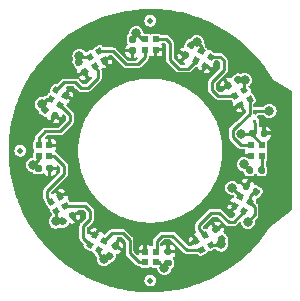
<source format=gtl>
G04 #@! TF.GenerationSoftware,KiCad,Pcbnew,7.0.8-7.0.8~ubuntu23.04.1*
G04 #@! TF.CreationDate,2023-10-21T16:30:00+00:00*
G04 #@! TF.ProjectId,pedalboard-led-ring,70656461-6c62-46f6-9172-642d6c65642d,1.1.0-RC1*
G04 #@! TF.SameCoordinates,Original*
G04 #@! TF.FileFunction,Copper,L1,Top*
G04 #@! TF.FilePolarity,Positive*
%FSLAX46Y46*%
G04 Gerber Fmt 4.6, Leading zero omitted, Abs format (unit mm)*
G04 Created by KiCad (PCBNEW 7.0.8-7.0.8~ubuntu23.04.1) date 2023-10-21 16:30:00*
%MOMM*%
%LPD*%
G01*
G04 APERTURE LIST*
G04 #@! TA.AperFunction,SMDPad,CuDef*
%ADD10C,0.500000*%
G04 #@! TD*
G04 #@! TA.AperFunction,SMDPad,CuDef*
%ADD11R,0.500000X0.500000*%
G04 #@! TD*
G04 #@! TA.AperFunction,ViaPad*
%ADD12C,0.800000*%
G04 #@! TD*
G04 #@! TA.AperFunction,Conductor*
%ADD13C,0.250000*%
G04 #@! TD*
G04 APERTURE END LIST*
D10*
X80000000Y-71000000D03*
G04 #@! TA.AperFunction,SMDPad,CuDef*
G36*
X84676795Y-68500446D02*
G01*
X84243783Y-68750446D01*
X83993783Y-68317434D01*
X84426795Y-68067434D01*
X84676795Y-68500446D01*
G37*
G04 #@! TD.AperFunction*
G04 #@! TA.AperFunction,SMDPad,CuDef*
G36*
X85456217Y-68050446D02*
G01*
X85023205Y-68300446D01*
X84773205Y-67867434D01*
X85206217Y-67617434D01*
X85456217Y-68050446D01*
G37*
G04 #@! TD.AperFunction*
G04 #@! TA.AperFunction,SMDPad,CuDef*
G36*
X85006217Y-67271024D02*
G01*
X84573205Y-67521024D01*
X84323205Y-67088012D01*
X84756217Y-66838012D01*
X85006217Y-67271024D01*
G37*
G04 #@! TD.AperFunction*
G04 #@! TA.AperFunction,SMDPad,CuDef*
G36*
X84226795Y-67721024D02*
G01*
X83793783Y-67971024D01*
X83543783Y-67538012D01*
X83976795Y-67288012D01*
X84226795Y-67721024D01*
G37*
G04 #@! TD.AperFunction*
G04 #@! TA.AperFunction,SMDPad,CuDef*
G36*
G01*
X78330000Y-50300000D02*
X78670000Y-50300000D01*
G75*
G02*
X78810000Y-50440000I0J-140000D01*
G01*
X78810000Y-50720000D01*
G75*
G02*
X78670000Y-50860000I-140000J0D01*
G01*
X78330000Y-50860000D01*
G75*
G02*
X78190000Y-50720000I0J140000D01*
G01*
X78190000Y-50440000D01*
G75*
G02*
X78330000Y-50300000I140000J0D01*
G01*
G37*
G04 #@! TD.AperFunction*
G04 #@! TA.AperFunction,SMDPad,CuDef*
G36*
G01*
X78330000Y-51260000D02*
X78670000Y-51260000D01*
G75*
G02*
X78810000Y-51400000I0J-140000D01*
G01*
X78810000Y-51680000D01*
G75*
G02*
X78670000Y-51820000I-140000J0D01*
G01*
X78330000Y-51820000D01*
G75*
G02*
X78190000Y-51680000I0J140000D01*
G01*
X78190000Y-51400000D01*
G75*
G02*
X78330000Y-51260000I140000J0D01*
G01*
G37*
G04 #@! TD.AperFunction*
G04 #@! TA.AperFunction,SMDPad,CuDef*
G36*
G01*
X73662776Y-52359553D02*
X73957224Y-52189553D01*
G75*
G02*
X74148468Y-52240797I70000J-121244D01*
G01*
X74288468Y-52483285D01*
G75*
G02*
X74237224Y-52674529I-121244J-70000D01*
G01*
X73942776Y-52844529D01*
G75*
G02*
X73751532Y-52793285I-70000J121244D01*
G01*
X73611532Y-52550797D01*
G75*
G02*
X73662776Y-52359553I121244J70000D01*
G01*
G37*
G04 #@! TD.AperFunction*
G04 #@! TA.AperFunction,SMDPad,CuDef*
G36*
G01*
X74142776Y-53190937D02*
X74437224Y-53020937D01*
G75*
G02*
X74628468Y-53072181I70000J-121244D01*
G01*
X74768468Y-53314669D01*
G75*
G02*
X74717224Y-53505913I-121244J-70000D01*
G01*
X74422776Y-53675913D01*
G75*
G02*
X74231532Y-53624669I-70000J121244D01*
G01*
X74091532Y-53382181D01*
G75*
G02*
X74142776Y-53190937I121244J70000D01*
G01*
G37*
G04 #@! TD.AperFunction*
D11*
X89450000Y-60450000D03*
X89450000Y-59550000D03*
X88550000Y-59550000D03*
X88550000Y-60450000D03*
X80450000Y-50550000D03*
X79550000Y-50550000D03*
X79550000Y-51450000D03*
X80450000Y-51450000D03*
G04 #@! TA.AperFunction,SMDPad,CuDef*
G36*
X88300446Y-65023205D02*
G01*
X88050446Y-65456217D01*
X87617434Y-65206217D01*
X87867434Y-64773205D01*
X88300446Y-65023205D01*
G37*
G04 #@! TD.AperFunction*
G04 #@! TA.AperFunction,SMDPad,CuDef*
G36*
X88750446Y-64243783D02*
G01*
X88500446Y-64676795D01*
X88067434Y-64426795D01*
X88317434Y-63993783D01*
X88750446Y-64243783D01*
G37*
G04 #@! TD.AperFunction*
G04 #@! TA.AperFunction,SMDPad,CuDef*
G36*
X87971024Y-63793783D02*
G01*
X87721024Y-64226795D01*
X87288012Y-63976795D01*
X87538012Y-63543783D01*
X87971024Y-63793783D01*
G37*
G04 #@! TD.AperFunction*
G04 #@! TA.AperFunction,SMDPad,CuDef*
G36*
X87521024Y-64573205D02*
G01*
X87271024Y-65006217D01*
X86838012Y-64756217D01*
X87088012Y-64323205D01*
X87521024Y-64573205D01*
G37*
G04 #@! TD.AperFunction*
G04 #@! TA.AperFunction,SMDPad,CuDef*
G36*
X71499554Y-64676795D02*
G01*
X71249554Y-64243783D01*
X71682566Y-63993783D01*
X71932566Y-64426795D01*
X71499554Y-64676795D01*
G37*
G04 #@! TD.AperFunction*
G04 #@! TA.AperFunction,SMDPad,CuDef*
G36*
X71949554Y-65456217D02*
G01*
X71699554Y-65023205D01*
X72132566Y-64773205D01*
X72382566Y-65206217D01*
X71949554Y-65456217D01*
G37*
G04 #@! TD.AperFunction*
G04 #@! TA.AperFunction,SMDPad,CuDef*
G36*
X72728976Y-65006217D02*
G01*
X72478976Y-64573205D01*
X72911988Y-64323205D01*
X73161988Y-64756217D01*
X72728976Y-65006217D01*
G37*
G04 #@! TD.AperFunction*
G04 #@! TA.AperFunction,SMDPad,CuDef*
G36*
X72278976Y-64226795D02*
G01*
X72028976Y-63793783D01*
X72461988Y-63543783D01*
X72711988Y-63976795D01*
X72278976Y-64226795D01*
G37*
G04 #@! TD.AperFunction*
X79550000Y-69450000D03*
X80450000Y-69450000D03*
X80450000Y-68550000D03*
X79550000Y-68550000D03*
X70550000Y-59550000D03*
X70550000Y-60450000D03*
X71450000Y-60450000D03*
X71450000Y-59550000D03*
G04 #@! TA.AperFunction,SMDPad,CuDef*
G36*
X71699554Y-54976795D02*
G01*
X71949554Y-54543783D01*
X72382566Y-54793783D01*
X72132566Y-55226795D01*
X71699554Y-54976795D01*
G37*
G04 #@! TD.AperFunction*
G04 #@! TA.AperFunction,SMDPad,CuDef*
G36*
X71249554Y-55756217D02*
G01*
X71499554Y-55323205D01*
X71932566Y-55573205D01*
X71682566Y-56006217D01*
X71249554Y-55756217D01*
G37*
G04 #@! TD.AperFunction*
G04 #@! TA.AperFunction,SMDPad,CuDef*
G36*
X72028976Y-56206217D02*
G01*
X72278976Y-55773205D01*
X72711988Y-56023205D01*
X72461988Y-56456217D01*
X72028976Y-56206217D01*
G37*
G04 #@! TD.AperFunction*
G04 #@! TA.AperFunction,SMDPad,CuDef*
G36*
X72478976Y-55426795D02*
G01*
X72728976Y-54993783D01*
X73161988Y-55243783D01*
X72911988Y-55676795D01*
X72478976Y-55426795D01*
G37*
G04 #@! TD.AperFunction*
D10*
X80000000Y-49000000D03*
G04 #@! TA.AperFunction,SMDPad,CuDef*
G36*
G01*
X70240000Y-61670000D02*
X70240000Y-61330000D01*
G75*
G02*
X70380000Y-61190000I140000J0D01*
G01*
X70660000Y-61190000D01*
G75*
G02*
X70800000Y-61330000I0J-140000D01*
G01*
X70800000Y-61670000D01*
G75*
G02*
X70660000Y-61810000I-140000J0D01*
G01*
X70380000Y-61810000D01*
G75*
G02*
X70240000Y-61670000I0J140000D01*
G01*
G37*
G04 #@! TD.AperFunction*
G04 #@! TA.AperFunction,SMDPad,CuDef*
G36*
G01*
X71200000Y-61670000D02*
X71200000Y-61330000D01*
G75*
G02*
X71340000Y-61190000I140000J0D01*
G01*
X71620000Y-61190000D01*
G75*
G02*
X71760000Y-61330000I0J-140000D01*
G01*
X71760000Y-61670000D01*
G75*
G02*
X71620000Y-61810000I-140000J0D01*
G01*
X71340000Y-61810000D01*
G75*
G02*
X71200000Y-61670000I0J140000D01*
G01*
G37*
G04 #@! TD.AperFunction*
G04 #@! TA.AperFunction,SMDPad,CuDef*
G36*
G01*
X88787500Y-57390000D02*
X88912500Y-57390000D01*
G75*
G02*
X88975000Y-57452500I0J-62500D01*
G01*
X88975000Y-57687500D01*
G75*
G02*
X88912500Y-57750000I-62500J0D01*
G01*
X88787500Y-57750000D01*
G75*
G02*
X88725000Y-57687500I0J62500D01*
G01*
X88725000Y-57452500D01*
G75*
G02*
X88787500Y-57390000I62500J0D01*
G01*
G37*
G04 #@! TD.AperFunction*
G04 #@! TA.AperFunction,SMDPad,CuDef*
G36*
G01*
X88787500Y-56550000D02*
X88912500Y-56550000D01*
G75*
G02*
X88975000Y-56612500I0J-62500D01*
G01*
X88975000Y-56847500D01*
G75*
G02*
X88912500Y-56910000I-62500J0D01*
G01*
X88787500Y-56910000D01*
G75*
G02*
X88725000Y-56847500I0J62500D01*
G01*
X88725000Y-56612500D01*
G75*
G02*
X88787500Y-56550000I62500J0D01*
G01*
G37*
G04 #@! TD.AperFunction*
G04 #@! TA.AperFunction,SMDPad,CuDef*
G36*
G01*
X72426820Y-66277224D02*
X72256820Y-65982776D01*
G75*
G02*
X72308064Y-65791532I121244J70000D01*
G01*
X72550552Y-65651532D01*
G75*
G02*
X72741796Y-65702776I70000J-121244D01*
G01*
X72911796Y-65997224D01*
G75*
G02*
X72860552Y-66188468I-121244J-70000D01*
G01*
X72618064Y-66328468D01*
G75*
G02*
X72426820Y-66277224I-70000J121244D01*
G01*
G37*
G04 #@! TD.AperFunction*
G04 #@! TA.AperFunction,SMDPad,CuDef*
G36*
G01*
X73258204Y-65797224D02*
X73088204Y-65502776D01*
G75*
G02*
X73139448Y-65311532I121244J70000D01*
G01*
X73381936Y-65171532D01*
G75*
G02*
X73573180Y-65222776I70000J-121244D01*
G01*
X73743180Y-65517224D01*
G75*
G02*
X73691936Y-65708468I-121244J-70000D01*
G01*
X73449448Y-65848468D01*
G75*
G02*
X73258204Y-65797224I-70000J121244D01*
G01*
G37*
G04 #@! TD.AperFunction*
G04 #@! TA.AperFunction,SMDPad,CuDef*
G36*
G01*
X76567224Y-69243180D02*
X76272776Y-69073180D01*
G75*
G02*
X76221532Y-68881936I70000J121244D01*
G01*
X76361532Y-68639448D01*
G75*
G02*
X76552776Y-68588204I121244J-70000D01*
G01*
X76847224Y-68758204D01*
G75*
G02*
X76898468Y-68949448I-70000J-121244D01*
G01*
X76758468Y-69191936D01*
G75*
G02*
X76567224Y-69243180I-121244J70000D01*
G01*
G37*
G04 #@! TD.AperFunction*
G04 #@! TA.AperFunction,SMDPad,CuDef*
G36*
G01*
X77047224Y-68411796D02*
X76752776Y-68241796D01*
G75*
G02*
X76701532Y-68050552I70000J121244D01*
G01*
X76841532Y-67808064D01*
G75*
G02*
X77032776Y-67756820I121244J-70000D01*
G01*
X77327224Y-67926820D01*
G75*
G02*
X77378468Y-68118064I-70000J-121244D01*
G01*
X77238468Y-68360552D01*
G75*
G02*
X77047224Y-68411796I-121244J70000D01*
G01*
G37*
G04 #@! TD.AperFunction*
G04 #@! TA.AperFunction,SMDPad,CuDef*
G36*
G01*
X86327224Y-67640447D02*
X86032776Y-67810447D01*
G75*
G02*
X85841532Y-67759203I-70000J121244D01*
G01*
X85701532Y-67516715D01*
G75*
G02*
X85752776Y-67325471I121244J70000D01*
G01*
X86047224Y-67155471D01*
G75*
G02*
X86238468Y-67206715I70000J-121244D01*
G01*
X86378468Y-67449203D01*
G75*
G02*
X86327224Y-67640447I-121244J-70000D01*
G01*
G37*
G04 #@! TD.AperFunction*
G04 #@! TA.AperFunction,SMDPad,CuDef*
G36*
G01*
X85847224Y-66809063D02*
X85552776Y-66979063D01*
G75*
G02*
X85361532Y-66927819I-70000J121244D01*
G01*
X85221532Y-66685331D01*
G75*
G02*
X85272776Y-66494087I121244J70000D01*
G01*
X85567224Y-66324087D01*
G75*
G02*
X85758468Y-66375331I70000J-121244D01*
G01*
X85898468Y-66617819D01*
G75*
G02*
X85847224Y-66809063I-121244J-70000D01*
G01*
G37*
G04 #@! TD.AperFunction*
G04 #@! TA.AperFunction,SMDPad,CuDef*
G36*
G01*
X70756820Y-56567224D02*
X70926820Y-56272776D01*
G75*
G02*
X71118064Y-56221532I121244J-70000D01*
G01*
X71360552Y-56361532D01*
G75*
G02*
X71411796Y-56552776I-70000J-121244D01*
G01*
X71241796Y-56847224D01*
G75*
G02*
X71050552Y-56898468I-121244J70000D01*
G01*
X70808064Y-56758468D01*
G75*
G02*
X70756820Y-56567224I70000J121244D01*
G01*
G37*
G04 #@! TD.AperFunction*
G04 #@! TA.AperFunction,SMDPad,CuDef*
G36*
G01*
X71588204Y-57047224D02*
X71758204Y-56752776D01*
G75*
G02*
X71949448Y-56701532I121244J-70000D01*
G01*
X72191936Y-56841532D01*
G75*
G02*
X72243180Y-57032776I-70000J-121244D01*
G01*
X72073180Y-57327224D01*
G75*
G02*
X71881936Y-57378468I-121244J70000D01*
G01*
X71639448Y-57238468D01*
G75*
G02*
X71588204Y-57047224I70000J121244D01*
G01*
G37*
G04 #@! TD.AperFunction*
G04 #@! TA.AperFunction,SMDPad,CuDef*
G36*
G01*
X81670000Y-69790000D02*
X81330000Y-69790000D01*
G75*
G02*
X81190000Y-69650000I0J140000D01*
G01*
X81190000Y-69370000D01*
G75*
G02*
X81330000Y-69230000I140000J0D01*
G01*
X81670000Y-69230000D01*
G75*
G02*
X81810000Y-69370000I0J-140000D01*
G01*
X81810000Y-69650000D01*
G75*
G02*
X81670000Y-69790000I-140000J0D01*
G01*
G37*
G04 #@! TD.AperFunction*
G04 #@! TA.AperFunction,SMDPad,CuDef*
G36*
G01*
X81670000Y-68830000D02*
X81330000Y-68830000D01*
G75*
G02*
X81190000Y-68690000I0J140000D01*
G01*
X81190000Y-68410000D01*
G75*
G02*
X81330000Y-68270000I140000J0D01*
G01*
X81670000Y-68270000D01*
G75*
G02*
X81810000Y-68410000I0J-140000D01*
G01*
X81810000Y-68690000D01*
G75*
G02*
X81670000Y-68830000I-140000J0D01*
G01*
G37*
G04 #@! TD.AperFunction*
G04 #@! TA.AperFunction,SMDPad,CuDef*
G36*
X88500446Y-55323205D02*
G01*
X88750446Y-55756217D01*
X88317434Y-56006217D01*
X88067434Y-55573205D01*
X88500446Y-55323205D01*
G37*
G04 #@! TD.AperFunction*
G04 #@! TA.AperFunction,SMDPad,CuDef*
G36*
X88050446Y-54543783D02*
G01*
X88300446Y-54976795D01*
X87867434Y-55226795D01*
X87617434Y-54793783D01*
X88050446Y-54543783D01*
G37*
G04 #@! TD.AperFunction*
G04 #@! TA.AperFunction,SMDPad,CuDef*
G36*
X87271024Y-54993783D02*
G01*
X87521024Y-55426795D01*
X87088012Y-55676795D01*
X86838012Y-55243783D01*
X87271024Y-54993783D01*
G37*
G04 #@! TD.AperFunction*
G04 #@! TA.AperFunction,SMDPad,CuDef*
G36*
X87721024Y-55773205D02*
G01*
X87971024Y-56206217D01*
X87538012Y-56456217D01*
X87288012Y-56023205D01*
X87721024Y-55773205D01*
G37*
G04 #@! TD.AperFunction*
G04 #@! TA.AperFunction,SMDPad,CuDef*
G36*
G01*
X88390000Y-58700000D02*
X88390000Y-58360000D01*
G75*
G02*
X88530000Y-58220000I140000J0D01*
G01*
X88810000Y-58220000D01*
G75*
G02*
X88950000Y-58360000I0J-140000D01*
G01*
X88950000Y-58700000D01*
G75*
G02*
X88810000Y-58840000I-140000J0D01*
G01*
X88530000Y-58840000D01*
G75*
G02*
X88390000Y-58700000I0J140000D01*
G01*
G37*
G04 #@! TD.AperFunction*
G04 #@! TA.AperFunction,SMDPad,CuDef*
G36*
G01*
X89350000Y-58700000D02*
X89350000Y-58360000D01*
G75*
G02*
X89490000Y-58220000I140000J0D01*
G01*
X89770000Y-58220000D01*
G75*
G02*
X89910000Y-58360000I0J-140000D01*
G01*
X89910000Y-58700000D01*
G75*
G02*
X89770000Y-58840000I-140000J0D01*
G01*
X89490000Y-58840000D01*
G75*
G02*
X89350000Y-58700000I0J140000D01*
G01*
G37*
G04 #@! TD.AperFunction*
G04 #@! TA.AperFunction,SMDPad,CuDef*
G36*
G01*
X87573180Y-53722776D02*
X87743180Y-54017224D01*
G75*
G02*
X87691936Y-54208468I-121244J-70000D01*
G01*
X87449448Y-54348468D01*
G75*
G02*
X87258204Y-54297224I-70000J121244D01*
G01*
X87088204Y-54002776D01*
G75*
G02*
X87139448Y-53811532I121244J70000D01*
G01*
X87381936Y-53671532D01*
G75*
G02*
X87573180Y-53722776I70000J-121244D01*
G01*
G37*
G04 #@! TD.AperFunction*
G04 #@! TA.AperFunction,SMDPad,CuDef*
G36*
G01*
X86741796Y-54202776D02*
X86911796Y-54497224D01*
G75*
G02*
X86860552Y-54688468I-121244J-70000D01*
G01*
X86618064Y-54828468D01*
G75*
G02*
X86426820Y-54777224I-70000J121244D01*
G01*
X86256820Y-54482776D01*
G75*
G02*
X86308064Y-54291532I121244J70000D01*
G01*
X86550552Y-54151532D01*
G75*
G02*
X86741796Y-54202776I70000J-121244D01*
G01*
G37*
G04 #@! TD.AperFunction*
G04 #@! TA.AperFunction,SMDPad,CuDef*
G36*
X75323205Y-51499554D02*
G01*
X75756217Y-51249554D01*
X76006217Y-51682566D01*
X75573205Y-51932566D01*
X75323205Y-51499554D01*
G37*
G04 #@! TD.AperFunction*
G04 #@! TA.AperFunction,SMDPad,CuDef*
G36*
X74543783Y-51949554D02*
G01*
X74976795Y-51699554D01*
X75226795Y-52132566D01*
X74793783Y-52382566D01*
X74543783Y-51949554D01*
G37*
G04 #@! TD.AperFunction*
G04 #@! TA.AperFunction,SMDPad,CuDef*
G36*
X74993783Y-52728976D02*
G01*
X75426795Y-52478976D01*
X75676795Y-52911988D01*
X75243783Y-53161988D01*
X74993783Y-52728976D01*
G37*
G04 #@! TD.AperFunction*
G04 #@! TA.AperFunction,SMDPad,CuDef*
G36*
X75773205Y-52278976D02*
G01*
X76206217Y-52028976D01*
X76456217Y-52461988D01*
X76023205Y-52711988D01*
X75773205Y-52278976D01*
G37*
G04 #@! TD.AperFunction*
G04 #@! TA.AperFunction,SMDPad,CuDef*
G36*
G01*
X89293180Y-63482776D02*
X89123180Y-63777224D01*
G75*
G02*
X88931936Y-63828468I-121244J70000D01*
G01*
X88689448Y-63688468D01*
G75*
G02*
X88638204Y-63497224I70000J121244D01*
G01*
X88808204Y-63202776D01*
G75*
G02*
X88999448Y-63151532I121244J-70000D01*
G01*
X89241936Y-63291532D01*
G75*
G02*
X89293180Y-63482776I-70000J-121244D01*
G01*
G37*
G04 #@! TD.AperFunction*
G04 #@! TA.AperFunction,SMDPad,CuDef*
G36*
G01*
X88461796Y-63002776D02*
X88291796Y-63297224D01*
G75*
G02*
X88100552Y-63348468I-121244J70000D01*
G01*
X87858064Y-63208468D01*
G75*
G02*
X87806820Y-63017224I70000J121244D01*
G01*
X87976820Y-62722776D01*
G75*
G02*
X88168064Y-62671532I121244J-70000D01*
G01*
X88410552Y-62811532D01*
G75*
G02*
X88461796Y-63002776I-70000J-121244D01*
G01*
G37*
G04 #@! TD.AperFunction*
G04 #@! TA.AperFunction,SMDPad,CuDef*
G36*
X74976795Y-68300446D02*
G01*
X74543783Y-68050446D01*
X74793783Y-67617434D01*
X75226795Y-67867434D01*
X74976795Y-68300446D01*
G37*
G04 #@! TD.AperFunction*
G04 #@! TA.AperFunction,SMDPad,CuDef*
G36*
X75756217Y-68750446D02*
G01*
X75323205Y-68500446D01*
X75573205Y-68067434D01*
X76006217Y-68317434D01*
X75756217Y-68750446D01*
G37*
G04 #@! TD.AperFunction*
G04 #@! TA.AperFunction,SMDPad,CuDef*
G36*
X76206217Y-67971024D02*
G01*
X75773205Y-67721024D01*
X76023205Y-67288012D01*
X76456217Y-67538012D01*
X76206217Y-67971024D01*
G37*
G04 #@! TD.AperFunction*
G04 #@! TA.AperFunction,SMDPad,CuDef*
G36*
X75426795Y-67521024D02*
G01*
X74993783Y-67271024D01*
X75243783Y-66838012D01*
X75676795Y-67088012D01*
X75426795Y-67521024D01*
G37*
G04 #@! TD.AperFunction*
G04 #@! TA.AperFunction,SMDPad,CuDef*
G36*
X85023205Y-51699554D02*
G01*
X85456217Y-51949554D01*
X85206217Y-52382566D01*
X84773205Y-52132566D01*
X85023205Y-51699554D01*
G37*
G04 #@! TD.AperFunction*
G04 #@! TA.AperFunction,SMDPad,CuDef*
G36*
X84243783Y-51249554D02*
G01*
X84676795Y-51499554D01*
X84426795Y-51932566D01*
X83993783Y-51682566D01*
X84243783Y-51249554D01*
G37*
G04 #@! TD.AperFunction*
G04 #@! TA.AperFunction,SMDPad,CuDef*
G36*
X83793783Y-52028976D02*
G01*
X84226795Y-52278976D01*
X83976795Y-52711988D01*
X83543783Y-52461988D01*
X83793783Y-52028976D01*
G37*
G04 #@! TD.AperFunction*
G04 #@! TA.AperFunction,SMDPad,CuDef*
G36*
X84573205Y-52478976D02*
G01*
X85006217Y-52728976D01*
X84756217Y-53161988D01*
X84323205Y-52911988D01*
X84573205Y-52478976D01*
G37*
G04 #@! TD.AperFunction*
G04 #@! TA.AperFunction,SMDPad,CuDef*
G36*
G01*
X89690000Y-61465000D02*
X89690000Y-61835000D01*
G75*
G02*
X89555000Y-61970000I-135000J0D01*
G01*
X89285000Y-61970000D01*
G75*
G02*
X89150000Y-61835000I0J135000D01*
G01*
X89150000Y-61465000D01*
G75*
G02*
X89285000Y-61330000I135000J0D01*
G01*
X89555000Y-61330000D01*
G75*
G02*
X89690000Y-61465000I0J-135000D01*
G01*
G37*
G04 #@! TD.AperFunction*
G04 #@! TA.AperFunction,SMDPad,CuDef*
G36*
G01*
X88670000Y-61465000D02*
X88670000Y-61835000D01*
G75*
G02*
X88535000Y-61970000I-135000J0D01*
G01*
X88265000Y-61970000D01*
G75*
G02*
X88130000Y-61835000I0J135000D01*
G01*
X88130000Y-61465000D01*
G75*
G02*
X88265000Y-61330000I135000J0D01*
G01*
X88535000Y-61330000D01*
G75*
G02*
X88670000Y-61465000I0J-135000D01*
G01*
G37*
G04 #@! TD.AperFunction*
G04 #@! TA.AperFunction,SMDPad,CuDef*
G36*
G01*
X83432776Y-50756820D02*
X83727224Y-50926820D01*
G75*
G02*
X83778468Y-51118064I-70000J-121244D01*
G01*
X83638468Y-51360552D01*
G75*
G02*
X83447224Y-51411796I-121244J70000D01*
G01*
X83152776Y-51241796D01*
G75*
G02*
X83101532Y-51050552I70000J121244D01*
G01*
X83241532Y-50808064D01*
G75*
G02*
X83432776Y-50756820I121244J-70000D01*
G01*
G37*
G04 #@! TD.AperFunction*
G04 #@! TA.AperFunction,SMDPad,CuDef*
G36*
G01*
X82952776Y-51588204D02*
X83247224Y-51758204D01*
G75*
G02*
X83298468Y-51949448I-70000J-121244D01*
G01*
X83158468Y-52191936D01*
G75*
G02*
X82967224Y-52243180I-121244J70000D01*
G01*
X82672776Y-52073180D01*
G75*
G02*
X82621532Y-51881936I70000J121244D01*
G01*
X82761532Y-51639448D01*
G75*
G02*
X82952776Y-51588204I121244J-70000D01*
G01*
G37*
G04 #@! TD.AperFunction*
X69000000Y-60000000D03*
D12*
X86950000Y-63150000D03*
X74000000Y-52000000D03*
X70071797Y-61196152D03*
X76071797Y-69196152D03*
X90079502Y-56650000D03*
X81196152Y-69928203D03*
X83928203Y-50803848D03*
X72000000Y-66000000D03*
X86000000Y-67940000D03*
X70803848Y-56071797D03*
X88000000Y-54000000D03*
X88260000Y-66020000D03*
X78803848Y-50071797D03*
X90400000Y-61400000D03*
X91150000Y-61400000D03*
X91150000Y-64850000D03*
X90400000Y-64850000D03*
X87698157Y-58551843D03*
X87910000Y-61150000D03*
D13*
X88550000Y-59550000D02*
X87700000Y-59550000D01*
X88408940Y-56891060D02*
X88408940Y-55664711D01*
X87453157Y-57846843D02*
X88408940Y-56891060D01*
X87406136Y-57846843D02*
X87453157Y-57846843D01*
X87700000Y-59550000D02*
X86993157Y-58843157D01*
X86993157Y-58843157D02*
X86993157Y-58259822D01*
X86993157Y-58259822D02*
X87406136Y-57846843D01*
X89495000Y-60495000D02*
X89495000Y-61467500D01*
X85901060Y-52041060D02*
X86220000Y-52360000D01*
X85210000Y-54860000D02*
X85700000Y-55350000D01*
X86220000Y-52360000D02*
X86220000Y-53200000D01*
X86220000Y-53200000D02*
X85210000Y-54210000D01*
X85114711Y-52041060D02*
X85901060Y-52041060D01*
X85700000Y-55350000D02*
X87164807Y-55350000D01*
X85210000Y-54210000D02*
X85210000Y-54860000D01*
X81650000Y-52300000D02*
X81650000Y-50850000D01*
X81350000Y-50550000D02*
X80450000Y-50550000D01*
X83885289Y-52370482D02*
X83205771Y-53050000D01*
X81650000Y-50850000D02*
X81350000Y-50550000D01*
X83205771Y-53050000D02*
X82400000Y-53050000D01*
X82400000Y-53050000D02*
X81650000Y-52300000D01*
X79550000Y-51450000D02*
X79550000Y-52080000D01*
X79550000Y-52080000D02*
X78930000Y-52700000D01*
X78930000Y-52700000D02*
X77950000Y-52700000D01*
X76841060Y-51591060D02*
X75664711Y-51591060D01*
X77950000Y-52700000D02*
X76841060Y-51591060D01*
X74130000Y-54690000D02*
X73660000Y-54220000D01*
X75335289Y-52995289D02*
X75550000Y-53210000D01*
X72706349Y-54220000D02*
X72041060Y-54885289D01*
X75335289Y-52820482D02*
X75335289Y-52995289D01*
X75550000Y-53840000D02*
X74700000Y-54690000D01*
X73660000Y-54220000D02*
X72706349Y-54220000D01*
X75550000Y-53210000D02*
X75550000Y-53840000D01*
X74700000Y-54690000D02*
X74130000Y-54690000D01*
X72360000Y-58370000D02*
X71120000Y-58370000D01*
X71120000Y-58370000D02*
X70550000Y-58940000D01*
X73200000Y-56944229D02*
X73200000Y-57530000D01*
X73200000Y-57530000D02*
X72360000Y-58370000D01*
X72370482Y-56114711D02*
X73200000Y-56944229D01*
X70550000Y-58940000D02*
X70550000Y-59550000D01*
X87629518Y-63829518D02*
X86950000Y-63150000D01*
X87629518Y-63885289D02*
X87629518Y-63829518D01*
X80450000Y-69450000D02*
X80717949Y-69450000D01*
X75664711Y-68789066D02*
X76071797Y-69196152D01*
X80717949Y-69450000D02*
X81196152Y-69928203D01*
X71591060Y-55664711D02*
X71210934Y-55664711D01*
X70550000Y-60450000D02*
X70550000Y-60717949D01*
X72041060Y-65958940D02*
X72000000Y-66000000D01*
X79282051Y-50550000D02*
X78803848Y-50071797D01*
X86000000Y-67940000D02*
X85981060Y-67958940D01*
X88830000Y-65480000D02*
X88800000Y-65480000D01*
X88408940Y-64335289D02*
X88408940Y-63865848D01*
X87958940Y-54041060D02*
X88000000Y-54000000D01*
X74041060Y-52041060D02*
X74000000Y-52000000D01*
X74885289Y-52041060D02*
X74041060Y-52041060D01*
X72041060Y-65114711D02*
X72041060Y-65958940D01*
X88980000Y-56650000D02*
X88850000Y-56780000D01*
X83928203Y-50803848D02*
X84335289Y-51210934D01*
X75664711Y-68408940D02*
X75664711Y-68789066D01*
X79550000Y-50550000D02*
X79282051Y-50550000D01*
X88800000Y-65480000D02*
X88260000Y-66020000D01*
X85981060Y-67958940D02*
X85114711Y-67958940D01*
X90079502Y-56650000D02*
X89955000Y-56774502D01*
X87958940Y-54885289D02*
X87958940Y-54041060D01*
X88408940Y-63865848D02*
X88770172Y-63504616D01*
X70803848Y-56071797D02*
X71210934Y-55664711D01*
X90079502Y-56650000D02*
X88980000Y-56650000D01*
X88830000Y-64756349D02*
X88830000Y-65480000D01*
X70550000Y-60717949D02*
X70071797Y-61196152D01*
X84335289Y-51591060D02*
X84335289Y-51210934D01*
X88408940Y-64335289D02*
X88830000Y-64756349D01*
X71270000Y-63380000D02*
X71270000Y-64014229D01*
X72700000Y-61950000D02*
X71270000Y-63380000D01*
X71270000Y-64014229D02*
X71591060Y-64335289D01*
X71450000Y-60450000D02*
X71860000Y-60450000D01*
X72700000Y-61290000D02*
X72700000Y-61950000D01*
X71860000Y-60450000D02*
X72700000Y-61290000D01*
X74900000Y-65100000D02*
X74900000Y-65800000D01*
X74464711Y-64664711D02*
X74900000Y-65100000D01*
X74900000Y-65800000D02*
X74330000Y-66370000D01*
X74330000Y-67403651D02*
X74885289Y-67958940D01*
X74330000Y-66370000D02*
X74330000Y-67403651D01*
X72820482Y-64664711D02*
X74464711Y-64664711D01*
X76754229Y-66990000D02*
X77680000Y-66990000D01*
X78250000Y-68690000D02*
X79010000Y-69450000D01*
X76114711Y-67629518D02*
X76754229Y-66990000D01*
X77680000Y-66990000D02*
X78250000Y-67560000D01*
X78250000Y-67560000D02*
X78250000Y-68690000D01*
X79010000Y-69450000D02*
X79550000Y-69450000D01*
X84140000Y-66654807D02*
X84140000Y-66280000D01*
X85150000Y-65270000D02*
X85840000Y-65270000D01*
X85840000Y-65270000D02*
X86620000Y-66050000D01*
X86620000Y-66050000D02*
X87050000Y-66050000D01*
X87050000Y-66050000D02*
X87050000Y-66023651D01*
X87050000Y-66023651D02*
X87958940Y-65114711D01*
X84140000Y-66280000D02*
X85150000Y-65270000D01*
X84664711Y-67179518D02*
X84140000Y-66654807D01*
X80970000Y-67190000D02*
X81870000Y-67190000D01*
X81870000Y-67190000D02*
X83088940Y-68408940D01*
X83088940Y-68408940D02*
X84335289Y-68408940D01*
X80530000Y-68470000D02*
X80530000Y-67630000D01*
X80530000Y-67630000D02*
X80970000Y-67190000D01*
X89450000Y-59550000D02*
X89450000Y-59500000D01*
X87746314Y-58600000D02*
X88492500Y-58600000D01*
X88742500Y-58792500D02*
X88742500Y-58600000D01*
X89450000Y-59500000D02*
X88742500Y-58792500D01*
X87698157Y-58551843D02*
X87746314Y-58600000D01*
X88850000Y-57620000D02*
X88850000Y-58492500D01*
X88850000Y-58492500D02*
X88742500Y-58600000D01*
X88390000Y-61680000D02*
X87910000Y-61200000D01*
G04 #@! TA.AperFunction,Conductor*
G36*
X80329649Y-48009493D02*
G01*
X80662213Y-48019071D01*
X80664833Y-48019216D01*
X80675246Y-48020070D01*
X81005442Y-48047150D01*
X81238041Y-48067291D01*
X81332588Y-48075478D01*
X81335048Y-48075753D01*
X81362018Y-48079454D01*
X81674614Y-48122351D01*
X81998793Y-48169345D01*
X82000963Y-48169711D01*
X82337916Y-48234840D01*
X82659622Y-48300569D01*
X82993785Y-48384289D01*
X83242335Y-48450175D01*
X83310959Y-48468367D01*
X83640167Y-48570216D01*
X83951871Y-48672373D01*
X84275077Y-48792036D01*
X84580336Y-48911942D01*
X84896588Y-49049073D01*
X85194372Y-49186318D01*
X85502695Y-49340497D01*
X85792081Y-49494649D01*
X86091562Y-49665423D01*
X86261558Y-49768957D01*
X86371594Y-49835973D01*
X86661270Y-50022791D01*
X86931081Y-50209214D01*
X87194350Y-50400100D01*
X87210114Y-50411530D01*
X87468769Y-50613188D01*
X87736340Y-50830405D01*
X87983000Y-51046649D01*
X88238290Y-51278097D01*
X88308308Y-51346999D01*
X88460609Y-51496874D01*
X88472187Y-51508267D01*
X88714388Y-51753200D01*
X88934767Y-51996579D01*
X89162393Y-52253382D01*
X89163894Y-52255158D01*
X89369367Y-52510153D01*
X89582406Y-52778676D01*
X89583896Y-52780653D01*
X89774842Y-53047735D01*
X89972367Y-53326692D01*
X89973827Y-53328874D01*
X90151262Y-53609948D01*
X90318589Y-53875902D01*
X90319695Y-53878485D01*
X90326181Y-53888064D01*
X90327828Y-53890667D01*
X90329664Y-53893781D01*
X90341737Y-53899152D01*
X91955276Y-54970893D01*
X91993287Y-55018837D01*
X91999500Y-55053357D01*
X91999500Y-64951943D01*
X91980593Y-65010134D01*
X91962050Y-65029484D01*
X90080960Y-66522629D01*
X90067922Y-66528784D01*
X90063854Y-66535047D01*
X90062594Y-66536763D01*
X90060955Y-66539392D01*
X89887469Y-66790921D01*
X89679996Y-67090680D01*
X89678428Y-67092822D01*
X89471795Y-67359588D01*
X89260750Y-67629321D01*
X89259164Y-67631245D01*
X89035156Y-67889602D01*
X88811582Y-68143261D01*
X88809999Y-68144975D01*
X88570765Y-68391907D01*
X88333161Y-68631638D01*
X88079128Y-68866388D01*
X87828605Y-69091193D01*
X87561555Y-69311919D01*
X87298785Y-69521315D01*
X87019615Y-69727205D01*
X86745382Y-69920643D01*
X86455091Y-70110915D01*
X86170145Y-70287908D01*
X85869730Y-70461892D01*
X85574965Y-70621896D01*
X85265397Y-70779023D01*
X84961718Y-70921546D01*
X84644051Y-71061290D01*
X84332399Y-71185876D01*
X84007658Y-71307803D01*
X83688948Y-71414053D01*
X83358308Y-71517752D01*
X83033390Y-71605330D01*
X82698061Y-71690474D01*
X82367644Y-71759098D01*
X82030221Y-71825181D01*
X82027921Y-71825576D01*
X81693408Y-71874857D01*
X81354695Y-71921947D01*
X81352218Y-71922228D01*
X81011097Y-71952243D01*
X80674786Y-71980182D01*
X80672136Y-71980331D01*
X80307475Y-71991002D01*
X80001401Y-71999461D01*
X79998619Y-71999459D01*
X79316373Y-71979969D01*
X79313550Y-71979808D01*
X78765173Y-71932708D01*
X78629748Y-71920859D01*
X78627017Y-71920544D01*
X78158630Y-71853200D01*
X77945296Y-71821950D01*
X77942640Y-71821487D01*
X77512394Y-71734309D01*
X77267690Y-71683780D01*
X77265116Y-71683177D01*
X76858829Y-71576384D01*
X76599189Y-71506812D01*
X76596704Y-71506076D01*
X76208485Y-71379937D01*
X75942009Y-71291636D01*
X75939620Y-71290775D01*
X75566908Y-71145667D01*
X75298325Y-71038965D01*
X75296037Y-71037989D01*
X75212856Y-71000002D01*
X79494353Y-71000002D01*
X79514834Y-71142456D01*
X79558924Y-71238998D01*
X79574623Y-71273373D01*
X79604457Y-71307803D01*
X79668873Y-71382144D01*
X79718525Y-71414053D01*
X79789947Y-71459953D01*
X79896403Y-71491211D01*
X79928035Y-71500499D01*
X79928036Y-71500499D01*
X79928039Y-71500500D01*
X79928041Y-71500500D01*
X80071959Y-71500500D01*
X80071961Y-71500500D01*
X80210053Y-71459953D01*
X80331128Y-71382143D01*
X80425377Y-71273373D01*
X80485165Y-71142457D01*
X80505647Y-71000000D01*
X80504035Y-70988791D01*
X80485165Y-70857543D01*
X80425377Y-70726627D01*
X80331128Y-70617857D01*
X80331127Y-70617856D01*
X80331126Y-70617855D01*
X80210057Y-70540049D01*
X80210054Y-70540047D01*
X80210053Y-70540047D01*
X80210050Y-70540046D01*
X80071964Y-70499500D01*
X80071961Y-70499500D01*
X79928039Y-70499500D01*
X79928035Y-70499500D01*
X79789949Y-70540046D01*
X79789942Y-70540049D01*
X79668873Y-70617855D01*
X79574622Y-70726628D01*
X79514834Y-70857543D01*
X79494353Y-70999997D01*
X79494353Y-71000002D01*
X75212856Y-71000002D01*
X75082841Y-70940627D01*
X74937606Y-70874301D01*
X74670265Y-70749637D01*
X74668098Y-70748561D01*
X74323640Y-70566810D01*
X74262576Y-70533885D01*
X74059888Y-70424596D01*
X74057891Y-70423456D01*
X73789982Y-70261901D01*
X73727386Y-70224154D01*
X73469352Y-70064996D01*
X73467398Y-70063726D01*
X73151161Y-69847489D01*
X72900473Y-69671955D01*
X72898638Y-69670606D01*
X72896031Y-69668596D01*
X72686600Y-69507100D01*
X72597123Y-69438103D01*
X72355193Y-69246809D01*
X72353479Y-69245390D01*
X72094057Y-69020600D01*
X72067154Y-68997289D01*
X71834520Y-68790262D01*
X71563143Y-68526527D01*
X71341847Y-68305231D01*
X71322765Y-68284440D01*
X71086889Y-68027436D01*
X70877931Y-67792631D01*
X70639994Y-67501648D01*
X70631034Y-67490316D01*
X70444310Y-67254164D01*
X70223955Y-66950871D01*
X70042453Y-66691659D01*
X69885007Y-66446669D01*
X69840189Y-66376932D01*
X69839422Y-66375688D01*
X69716726Y-66176766D01*
X69673660Y-66106945D01*
X69558739Y-65903448D01*
X69490059Y-65781832D01*
X69484136Y-65770847D01*
X69339159Y-65501969D01*
X69337703Y-65499008D01*
X69174684Y-65167444D01*
X69040078Y-64878779D01*
X68895166Y-64535877D01*
X68777376Y-64239380D01*
X68756708Y-64181455D01*
X68652430Y-63889197D01*
X68551945Y-63585948D01*
X68540940Y-63548469D01*
X68447291Y-63229530D01*
X68364529Y-62920658D01*
X68280456Y-62559117D01*
X68279962Y-62556724D01*
X68215742Y-62245708D01*
X68152476Y-61880130D01*
X68152154Y-61877923D01*
X68106071Y-61563324D01*
X68063941Y-61196152D01*
X69466115Y-61196152D01*
X69486752Y-61352910D01*
X69486754Y-61352918D01*
X69547259Y-61498990D01*
X69547259Y-61498991D01*
X69608101Y-61578282D01*
X69643515Y-61624434D01*
X69768956Y-61720688D01*
X69768957Y-61720688D01*
X69768958Y-61720689D01*
X69915030Y-61781194D01*
X69915035Y-61781196D01*
X70011531Y-61793899D01*
X70066756Y-61820239D01*
X70088333Y-61850212D01*
X70096773Y-61868312D01*
X70096775Y-61868314D01*
X70096776Y-61868316D01*
X70181684Y-61953224D01*
X70290513Y-62003972D01*
X70340099Y-62010500D01*
X70699900Y-62010499D01*
X70749487Y-62003972D01*
X70749488Y-62003972D01*
X70842365Y-61960662D01*
X70858316Y-61953224D01*
X70859737Y-61951802D01*
X70861972Y-61950663D01*
X70865411Y-61948256D01*
X70865749Y-61948739D01*
X70914250Y-61924023D01*
X70974682Y-61933590D01*
X71009398Y-61963014D01*
X71025358Y-61984639D01*
X71025360Y-61984641D01*
X71132079Y-62063405D01*
X71257272Y-62107212D01*
X71286999Y-62109999D01*
X71330000Y-62109998D01*
X71630000Y-62109998D01*
X71630001Y-62109999D01*
X71673004Y-62109999D01*
X71702721Y-62107213D01*
X71702726Y-62107212D01*
X71827922Y-62063404D01*
X71827923Y-62063404D01*
X71903870Y-62007351D01*
X71940003Y-61995310D01*
X71957351Y-61953870D01*
X72013404Y-61877923D01*
X72013404Y-61877922D01*
X72057212Y-61752727D01*
X72060000Y-61723000D01*
X72060000Y-61650001D01*
X72059999Y-61650000D01*
X71630001Y-61650000D01*
X71630000Y-61650001D01*
X71630000Y-62109998D01*
X71330000Y-62109998D01*
X71330000Y-61449000D01*
X71348907Y-61390809D01*
X71398407Y-61354845D01*
X71429000Y-61350000D01*
X72059998Y-61350000D01*
X72059999Y-61349999D01*
X72059999Y-61349333D01*
X72078906Y-61291142D01*
X72128406Y-61255178D01*
X72189592Y-61255178D01*
X72229003Y-61279329D01*
X72345504Y-61395830D01*
X72373281Y-61450347D01*
X72374500Y-61465834D01*
X72374500Y-61774165D01*
X72355593Y-61832356D01*
X72345503Y-61844169D01*
X72107008Y-62082663D01*
X72056974Y-62108156D01*
X72057040Y-62116891D01*
X72032663Y-62157009D01*
X71051413Y-63138259D01*
X71048229Y-63141176D01*
X71016807Y-63167542D01*
X71016806Y-63167544D01*
X70996292Y-63203075D01*
X70993972Y-63206716D01*
X70970446Y-63240316D01*
X70970442Y-63240324D01*
X70970051Y-63241786D01*
X70960170Y-63265640D01*
X70959414Y-63266948D01*
X70959410Y-63266960D01*
X70952287Y-63307349D01*
X70951353Y-63311564D01*
X70940736Y-63351187D01*
X70940736Y-63351193D01*
X70944312Y-63392072D01*
X70944500Y-63396373D01*
X70944500Y-63997854D01*
X70944312Y-64002156D01*
X70940736Y-64043036D01*
X70944446Y-64056882D01*
X70951354Y-64082665D01*
X70952289Y-64086881D01*
X70959411Y-64127274D01*
X70960164Y-64128577D01*
X70970054Y-64152453D01*
X70970443Y-64153908D01*
X70970446Y-64153913D01*
X70989307Y-64180850D01*
X70993971Y-64187510D01*
X70996288Y-64191147D01*
X71016806Y-64226684D01*
X71016860Y-64226729D01*
X71016929Y-64226830D01*
X71022376Y-64233322D01*
X71021736Y-64233858D01*
X71046969Y-64270744D01*
X71064766Y-64323171D01*
X71066042Y-64326930D01*
X71335790Y-64794148D01*
X71375106Y-64838979D01*
X71446644Y-64874257D01*
X71446645Y-64874257D01*
X71447124Y-64874493D01*
X71490952Y-64917187D01*
X71502127Y-64969759D01*
X71496874Y-65049884D01*
X71496875Y-65049889D01*
X71516039Y-65106346D01*
X71516041Y-65106350D01*
X71516042Y-65106352D01*
X71675918Y-65383265D01*
X71688639Y-65443112D01*
X71663752Y-65499008D01*
X71650448Y-65511306D01*
X71571723Y-65571713D01*
X71571713Y-65571723D01*
X71475462Y-65697160D01*
X71475462Y-65697161D01*
X71414957Y-65843233D01*
X71414955Y-65843241D01*
X71394318Y-65999999D01*
X71394318Y-66000000D01*
X71414955Y-66156758D01*
X71414957Y-66156766D01*
X71475462Y-66302838D01*
X71475462Y-66302839D01*
X71571713Y-66428276D01*
X71571718Y-66428282D01*
X71697159Y-66524536D01*
X71697160Y-66524536D01*
X71697161Y-66524537D01*
X71748461Y-66545786D01*
X71843238Y-66585044D01*
X71960809Y-66600522D01*
X71999999Y-66605682D01*
X72000000Y-66605682D01*
X72000001Y-66605682D01*
X72031352Y-66601554D01*
X72156762Y-66585044D01*
X72280671Y-66533719D01*
X72302834Y-66524539D01*
X72302834Y-66524538D01*
X72302841Y-66524536D01*
X72302846Y-66524531D01*
X72306271Y-66522555D01*
X72366119Y-66509831D01*
X72397617Y-66518565D01*
X72401939Y-66520580D01*
X72401943Y-66520583D01*
X72517930Y-66551661D01*
X72517931Y-66551660D01*
X72517931Y-66551661D01*
X72548621Y-66548976D01*
X72637552Y-66541196D01*
X72683759Y-66522056D01*
X72995355Y-66342155D01*
X73035036Y-66311709D01*
X73103910Y-66213345D01*
X73104430Y-66211403D01*
X73105794Y-66209302D01*
X73107570Y-66205495D01*
X73108104Y-66205744D01*
X73137749Y-66160090D01*
X73194868Y-66138159D01*
X73239648Y-66146284D01*
X73264283Y-66157032D01*
X73396080Y-66171883D01*
X73396087Y-66171883D01*
X73526412Y-66147223D01*
X73553547Y-66134775D01*
X73590786Y-66113275D01*
X73357204Y-65708697D01*
X73274185Y-65564903D01*
X73620595Y-65564903D01*
X73850595Y-65963274D01*
X73887836Y-65941773D01*
X73887838Y-65941772D01*
X73912181Y-65924501D01*
X73998703Y-65823961D01*
X74051743Y-65702390D01*
X74051743Y-65702388D01*
X74066594Y-65570592D01*
X74066594Y-65570585D01*
X74041936Y-65440262D01*
X74041935Y-65440259D01*
X74029485Y-65413120D01*
X74029480Y-65413111D01*
X73992986Y-65349903D01*
X73620595Y-65564903D01*
X73274185Y-65564903D01*
X73260288Y-65540832D01*
X73247566Y-65480984D01*
X73272453Y-65425088D01*
X73296524Y-65405595D01*
X73842985Y-65090095D01*
X73850088Y-65063588D01*
X73883412Y-65012274D01*
X73940533Y-64990347D01*
X73945715Y-64990211D01*
X74288877Y-64990211D01*
X74347068Y-65009118D01*
X74358881Y-65019207D01*
X74545504Y-65205830D01*
X74573281Y-65260347D01*
X74574500Y-65275834D01*
X74574500Y-65624166D01*
X74555593Y-65682357D01*
X74545503Y-65694170D01*
X74111420Y-66128253D01*
X74108236Y-66131170D01*
X74076807Y-66157542D01*
X74076806Y-66157544D01*
X74056292Y-66193075D01*
X74053972Y-66196716D01*
X74030446Y-66230316D01*
X74030442Y-66230324D01*
X74030051Y-66231786D01*
X74020170Y-66255640D01*
X74019414Y-66256948D01*
X74019410Y-66256960D01*
X74012287Y-66297349D01*
X74011353Y-66301564D01*
X74000736Y-66341187D01*
X74000736Y-66341193D01*
X74004312Y-66382072D01*
X74004500Y-66386373D01*
X74004500Y-67387276D01*
X74004312Y-67391578D01*
X74000736Y-67432458D01*
X74001246Y-67434362D01*
X74011354Y-67472087D01*
X74012289Y-67476303D01*
X74019411Y-67516696D01*
X74020164Y-67517999D01*
X74030054Y-67541875D01*
X74030443Y-67543330D01*
X74030446Y-67543335D01*
X74053579Y-67576373D01*
X74053971Y-67576932D01*
X74056292Y-67580575D01*
X74076806Y-67616106D01*
X74108224Y-67642469D01*
X74111410Y-67645388D01*
X74335253Y-67869230D01*
X74363030Y-67923747D01*
X74358995Y-67971055D01*
X74341104Y-68023759D01*
X74341104Y-68023765D01*
X74343115Y-68054444D01*
X74346321Y-68103356D01*
X74381599Y-68174894D01*
X74426430Y-68214210D01*
X74893648Y-68483958D01*
X74893651Y-68483959D01*
X74893653Y-68483960D01*
X74921050Y-68493259D01*
X74950112Y-68503125D01*
X75029705Y-68497908D01*
X75029707Y-68497906D01*
X75030239Y-68497872D01*
X75089542Y-68512932D01*
X75125506Y-68552874D01*
X75125742Y-68553354D01*
X75125743Y-68553356D01*
X75161021Y-68624894D01*
X75205852Y-68664210D01*
X75287393Y-68711287D01*
X75328334Y-68756757D01*
X75336516Y-68805652D01*
X75335535Y-68816869D01*
X75335447Y-68817873D01*
X75338610Y-68829679D01*
X75346065Y-68857502D01*
X75347000Y-68861718D01*
X75354122Y-68902111D01*
X75354875Y-68903414D01*
X75364765Y-68927290D01*
X75365154Y-68928745D01*
X75365157Y-68928750D01*
X75382224Y-68953125D01*
X75388682Y-68962347D01*
X75390999Y-68965984D01*
X75410350Y-68999500D01*
X75411517Y-69001521D01*
X75442935Y-69027884D01*
X75446121Y-69030803D01*
X75448503Y-69033184D01*
X75476280Y-69087701D01*
X75476652Y-69116109D01*
X75466115Y-69196150D01*
X75466115Y-69196152D01*
X75486752Y-69352910D01*
X75486754Y-69352918D01*
X75547259Y-69498990D01*
X75547259Y-69498991D01*
X75564389Y-69521315D01*
X75643515Y-69624434D01*
X75768956Y-69720688D01*
X75768957Y-69720688D01*
X75768958Y-69720689D01*
X75907877Y-69778231D01*
X75915035Y-69781196D01*
X76015383Y-69794407D01*
X76071796Y-69801834D01*
X76071797Y-69801834D01*
X76071798Y-69801834D01*
X76103149Y-69797706D01*
X76228559Y-69781196D01*
X76374638Y-69720688D01*
X76500079Y-69624434D01*
X76591535Y-69505244D01*
X76641958Y-69470590D01*
X76661448Y-69466890D01*
X76667355Y-69466373D01*
X76667355Y-69466372D01*
X76667359Y-69466373D01*
X76783345Y-69435294D01*
X76881709Y-69366420D01*
X76912155Y-69326741D01*
X77092055Y-69015144D01*
X77111196Y-68968936D01*
X77121661Y-68849314D01*
X77121140Y-68847369D01*
X77121271Y-68844862D01*
X77120906Y-68840687D01*
X77121492Y-68840635D01*
X77124341Y-68786269D01*
X77162845Y-68738718D01*
X77205682Y-68723368D01*
X77232392Y-68720358D01*
X77353962Y-68667319D01*
X77353964Y-68667317D01*
X77454494Y-68580804D01*
X77454495Y-68580803D01*
X77471777Y-68556448D01*
X77471781Y-68556441D01*
X77493274Y-68519212D01*
X77493274Y-68519211D01*
X76920832Y-68188711D01*
X76879891Y-68143242D01*
X76873495Y-68082392D01*
X76884595Y-68053475D01*
X76898493Y-68029403D01*
X77244903Y-68029403D01*
X77643275Y-68259402D01*
X77664773Y-68222166D01*
X77664776Y-68222162D01*
X77677223Y-68195029D01*
X77677224Y-68195027D01*
X77701883Y-68064703D01*
X77701883Y-68064696D01*
X77687032Y-67932900D01*
X77687032Y-67932898D01*
X77633991Y-67811325D01*
X77547472Y-67710789D01*
X77523119Y-67693511D01*
X77459903Y-67657013D01*
X77244903Y-68029403D01*
X76898493Y-68029403D01*
X77200094Y-67507012D01*
X77188359Y-67500237D01*
X77147418Y-67454768D01*
X77141021Y-67393918D01*
X77171613Y-67340930D01*
X77227508Y-67316042D01*
X77237858Y-67315500D01*
X77504166Y-67315500D01*
X77562357Y-67334407D01*
X77574170Y-67344496D01*
X77895504Y-67665830D01*
X77923281Y-67720347D01*
X77924500Y-67735834D01*
X77924500Y-68673625D01*
X77924312Y-68677927D01*
X77920736Y-68718807D01*
X77923089Y-68727587D01*
X77931354Y-68758436D01*
X77932289Y-68762652D01*
X77939411Y-68803045D01*
X77940164Y-68804348D01*
X77950054Y-68828224D01*
X77950443Y-68829679D01*
X77950446Y-68829684D01*
X77972876Y-68861718D01*
X77973971Y-68863281D01*
X77976292Y-68866924D01*
X77996806Y-68902455D01*
X78028224Y-68928818D01*
X78031410Y-68931737D01*
X78768268Y-69668596D01*
X78771187Y-69671782D01*
X78797545Y-69703194D01*
X78833074Y-69723707D01*
X78836709Y-69726022D01*
X78870316Y-69749554D01*
X78871767Y-69749942D01*
X78895659Y-69759840D01*
X78896954Y-69760588D01*
X78905854Y-69762157D01*
X78937365Y-69767713D01*
X78941544Y-69768638D01*
X78981193Y-69779263D01*
X79022065Y-69775687D01*
X79026365Y-69775500D01*
X79056392Y-69775500D01*
X79114583Y-69794407D01*
X79138707Y-69819498D01*
X79155448Y-69844552D01*
X79221769Y-69888867D01*
X79266231Y-69897711D01*
X79280241Y-69900498D01*
X79280246Y-69900498D01*
X79280252Y-69900500D01*
X79280253Y-69900500D01*
X79819747Y-69900500D01*
X79819748Y-69900500D01*
X79878231Y-69888867D01*
X79944552Y-69844552D01*
X79944553Y-69844549D01*
X79944997Y-69844253D01*
X80003885Y-69827644D01*
X80055003Y-69844253D01*
X80055446Y-69844549D01*
X80055448Y-69844552D01*
X80121769Y-69888867D01*
X80166231Y-69897711D01*
X80180241Y-69900498D01*
X80180246Y-69900498D01*
X80180252Y-69900500D01*
X80500002Y-69900500D01*
X80558193Y-69919407D01*
X80594157Y-69968907D01*
X80598155Y-69986578D01*
X80611107Y-70084961D01*
X80611109Y-70084969D01*
X80671614Y-70231041D01*
X80671614Y-70231042D01*
X80715249Y-70287908D01*
X80767870Y-70356485D01*
X80893311Y-70452739D01*
X81039390Y-70513247D01*
X81156961Y-70528725D01*
X81196151Y-70533885D01*
X81196152Y-70533885D01*
X81196153Y-70533885D01*
X81227504Y-70529757D01*
X81352914Y-70513247D01*
X81498993Y-70452739D01*
X81624434Y-70356485D01*
X81720688Y-70231044D01*
X81781196Y-70084965D01*
X81789692Y-70020428D01*
X81816031Y-69965205D01*
X81846002Y-69943628D01*
X81868316Y-69933224D01*
X81953224Y-69848316D01*
X82003972Y-69739487D01*
X82010500Y-69689901D01*
X82010499Y-69330100D01*
X82003972Y-69280513D01*
X82003972Y-69280511D01*
X81953225Y-69171686D01*
X81953224Y-69171685D01*
X81953224Y-69171684D01*
X81951797Y-69170257D01*
X81950655Y-69168016D01*
X81948256Y-69164589D01*
X81948737Y-69164251D01*
X81924022Y-69115743D01*
X81933593Y-69055311D01*
X81963016Y-69020600D01*
X81984638Y-69004642D01*
X81984641Y-69004639D01*
X82063405Y-68897920D01*
X82107212Y-68772727D01*
X82110000Y-68743000D01*
X82110000Y-68700001D01*
X82109999Y-68700000D01*
X81449000Y-68700000D01*
X81390809Y-68681093D01*
X81354845Y-68631593D01*
X81350000Y-68601000D01*
X81350000Y-68399999D01*
X81650000Y-68399999D01*
X81650001Y-68400000D01*
X82109998Y-68400000D01*
X82109999Y-68399999D01*
X82109999Y-68356996D01*
X82107213Y-68327278D01*
X82107212Y-68327273D01*
X82063405Y-68202079D01*
X81984641Y-68095360D01*
X81984639Y-68095358D01*
X81877920Y-68016594D01*
X81752727Y-67972787D01*
X81723000Y-67970000D01*
X81650001Y-67970000D01*
X81650000Y-67970001D01*
X81650000Y-68399999D01*
X81350000Y-68399999D01*
X81350000Y-67969999D01*
X81276996Y-67970000D01*
X81247278Y-67972786D01*
X81247273Y-67972787D01*
X81122079Y-68016594D01*
X81013289Y-68096887D01*
X80955241Y-68116229D01*
X80896911Y-68097758D01*
X80860577Y-68048529D01*
X80855500Y-68017232D01*
X80855500Y-67805834D01*
X80874407Y-67747643D01*
X80884496Y-67735830D01*
X81075830Y-67544496D01*
X81130347Y-67516719D01*
X81145834Y-67515500D01*
X81694166Y-67515500D01*
X81752357Y-67534407D01*
X81764170Y-67544496D01*
X82847208Y-68627536D01*
X82850127Y-68630722D01*
X82876485Y-68662134D01*
X82912023Y-68682651D01*
X82915656Y-68684966D01*
X82949256Y-68708493D01*
X82950706Y-68708881D01*
X82974589Y-68718774D01*
X82975895Y-68719528D01*
X83016306Y-68726653D01*
X83020495Y-68727581D01*
X83060133Y-68738203D01*
X83101005Y-68734627D01*
X83105305Y-68734440D01*
X83945867Y-68734440D01*
X84004058Y-68753347D01*
X84031602Y-68783939D01*
X84049903Y-68815637D01*
X84080017Y-68867797D01*
X84080019Y-68867799D01*
X84119335Y-68912630D01*
X84190873Y-68947908D01*
X84270466Y-68953125D01*
X84326930Y-68933958D01*
X84794148Y-68664210D01*
X84838979Y-68624894D01*
X84874257Y-68553356D01*
X84874257Y-68553353D01*
X84874493Y-68552875D01*
X84917187Y-68509047D01*
X84969760Y-68497872D01*
X84970292Y-68497906D01*
X84970295Y-68497908D01*
X85049888Y-68503125D01*
X85106352Y-68483958D01*
X85415171Y-68305661D01*
X85475017Y-68292941D01*
X85530913Y-68317828D01*
X85543210Y-68331131D01*
X85571712Y-68368275D01*
X85571713Y-68368276D01*
X85571718Y-68368282D01*
X85697159Y-68464536D01*
X85697160Y-68464536D01*
X85697161Y-68464537D01*
X85804618Y-68509047D01*
X85843238Y-68525044D01*
X85960809Y-68540522D01*
X85999999Y-68545682D01*
X86000000Y-68545682D01*
X86000001Y-68545682D01*
X86031352Y-68541554D01*
X86156762Y-68525044D01*
X86302841Y-68464536D01*
X86428282Y-68368282D01*
X86524536Y-68242841D01*
X86585044Y-68096762D01*
X86605682Y-67940000D01*
X86585044Y-67783238D01*
X86569044Y-67744612D01*
X86564244Y-67683619D01*
X86570413Y-67665955D01*
X86570581Y-67665326D01*
X86570583Y-67665324D01*
X86601661Y-67549337D01*
X86601237Y-67544496D01*
X86592591Y-67445659D01*
X86591196Y-67429715D01*
X86572056Y-67383508D01*
X86553595Y-67351533D01*
X86449817Y-67171785D01*
X86392155Y-67071912D01*
X86361709Y-67032231D01*
X86263345Y-66963357D01*
X86263342Y-66963356D01*
X86261397Y-66962835D01*
X86259290Y-66961466D01*
X86255495Y-66959697D01*
X86255743Y-66959163D01*
X86210084Y-66929509D01*
X86188159Y-66872386D01*
X86196284Y-66827620D01*
X86207032Y-66802984D01*
X86207032Y-66802982D01*
X86221883Y-66671186D01*
X86221883Y-66671179D01*
X86197223Y-66540854D01*
X86184774Y-66513715D01*
X86163275Y-66476479D01*
X86163274Y-66476479D01*
X85722623Y-66730889D01*
X85722621Y-66730889D01*
X85590832Y-66806978D01*
X85530984Y-66819699D01*
X85475088Y-66794812D01*
X85455595Y-66770741D01*
X85140096Y-66224280D01*
X85076864Y-66260788D01*
X85076854Y-66260795D01*
X85052535Y-66278049D01*
X85052527Y-66278056D01*
X84966008Y-66378592D01*
X84912967Y-66500165D01*
X84912967Y-66500167D01*
X84907082Y-66552395D01*
X84881778Y-66608103D01*
X84828563Y-66638298D01*
X84802230Y-66640097D01*
X84765205Y-66637671D01*
X84729536Y-66635333D01*
X84729535Y-66635333D01*
X84729534Y-66635333D01*
X84714039Y-66640593D01*
X84676825Y-66653225D01*
X84615645Y-66654024D01*
X84575000Y-66629481D01*
X84494496Y-66548976D01*
X84466719Y-66494459D01*
X84465500Y-66478973D01*
X84465500Y-66455834D01*
X84484407Y-66397643D01*
X84494496Y-66385830D01*
X84806046Y-66074280D01*
X85399904Y-66074280D01*
X85614903Y-66446669D01*
X86013273Y-66216670D01*
X85991778Y-66179438D01*
X85991767Y-66179420D01*
X85974501Y-66155085D01*
X85873960Y-66068563D01*
X85873962Y-66068563D01*
X85752389Y-66015523D01*
X85620592Y-66000672D01*
X85620585Y-66000672D01*
X85490262Y-66025330D01*
X85490259Y-66025331D01*
X85463120Y-66037781D01*
X85463111Y-66037786D01*
X85399904Y-66074279D01*
X85399904Y-66074280D01*
X84806046Y-66074280D01*
X85255830Y-65624496D01*
X85310347Y-65596719D01*
X85325834Y-65595500D01*
X85664166Y-65595500D01*
X85722357Y-65614407D01*
X85734170Y-65624496D01*
X86378257Y-66268584D01*
X86381175Y-66271769D01*
X86406177Y-66301564D01*
X86407545Y-66303194D01*
X86443073Y-66323706D01*
X86446712Y-66326025D01*
X86480311Y-66349551D01*
X86480313Y-66349552D01*
X86480316Y-66349554D01*
X86481767Y-66349942D01*
X86505659Y-66359840D01*
X86506186Y-66360143D01*
X86506955Y-66360588D01*
X86547351Y-66367710D01*
X86551548Y-66368640D01*
X86591193Y-66379264D01*
X86632077Y-66375687D01*
X86636377Y-66375500D01*
X87107394Y-66375500D01*
X87126432Y-66368570D01*
X87143096Y-66364105D01*
X87163045Y-66360588D01*
X87180591Y-66350457D01*
X87196224Y-66343168D01*
X87215260Y-66336240D01*
X87230779Y-66323216D01*
X87244910Y-66313322D01*
X87262455Y-66303194D01*
X87275479Y-66287671D01*
X87287672Y-66275478D01*
X87303194Y-66262455D01*
X87313317Y-66244918D01*
X87323221Y-66230775D01*
X87323600Y-66230324D01*
X87336240Y-66215261D01*
X87338760Y-66208335D01*
X87361784Y-66172191D01*
X87496039Y-66037936D01*
X87550554Y-66010161D01*
X87610986Y-66019732D01*
X87654251Y-66062997D01*
X87664194Y-66095019D01*
X87674955Y-66176759D01*
X87674957Y-66176766D01*
X87735462Y-66322838D01*
X87735462Y-66322839D01*
X87830480Y-66446669D01*
X87831718Y-66448282D01*
X87957159Y-66544536D01*
X87957160Y-66544536D01*
X87957161Y-66544537D01*
X88054949Y-66585042D01*
X88103238Y-66605044D01*
X88220809Y-66620522D01*
X88259999Y-66625682D01*
X88260000Y-66625682D01*
X88260001Y-66625682D01*
X88291352Y-66621554D01*
X88416762Y-66605044D01*
X88562841Y-66544536D01*
X88688282Y-66448282D01*
X88784536Y-66322841D01*
X88845044Y-66176762D01*
X88865682Y-66020000D01*
X88855143Y-65939955D01*
X88866292Y-65879797D01*
X88883289Y-65857036D01*
X88946452Y-65793873D01*
X88982597Y-65770848D01*
X88995260Y-65766240D01*
X89010779Y-65753216D01*
X89024910Y-65743322D01*
X89042455Y-65733194D01*
X89055479Y-65717671D01*
X89067672Y-65705478D01*
X89083194Y-65692455D01*
X89093317Y-65674918D01*
X89103221Y-65660775D01*
X89116238Y-65645263D01*
X89116237Y-65645263D01*
X89116240Y-65645261D01*
X89123173Y-65626211D01*
X89130459Y-65610588D01*
X89140588Y-65593045D01*
X89144104Y-65573096D01*
X89148572Y-65556426D01*
X89155500Y-65537394D01*
X89155500Y-65422606D01*
X89155500Y-64772722D01*
X89155687Y-64768421D01*
X89159264Y-64727542D01*
X89148640Y-64687897D01*
X89147710Y-64683697D01*
X89142800Y-64655852D01*
X89140588Y-64643304D01*
X89139840Y-64642008D01*
X89129942Y-64618116D01*
X89129554Y-64616665D01*
X89129552Y-64616662D01*
X89129551Y-64616660D01*
X89106025Y-64583061D01*
X89103703Y-64579417D01*
X89096980Y-64567773D01*
X89083194Y-64543894D01*
X89083193Y-64543892D01*
X89055070Y-64520295D01*
X89051765Y-64517522D01*
X89048588Y-64514610D01*
X88958975Y-64424998D01*
X88931198Y-64370481D01*
X88935232Y-64323174D01*
X88953125Y-64270466D01*
X88947908Y-64190873D01*
X88947905Y-64190867D01*
X88945384Y-64181455D01*
X88947639Y-64180850D01*
X88940805Y-64133723D01*
X88969292Y-64079575D01*
X89024167Y-64052512D01*
X89029748Y-64051864D01*
X89032063Y-64051660D01*
X89032070Y-64051661D01*
X89148057Y-64020583D01*
X89246420Y-63951708D01*
X89276867Y-63912030D01*
X89486766Y-63548471D01*
X89505907Y-63502264D01*
X89516373Y-63382641D01*
X89485294Y-63266655D01*
X89482843Y-63263155D01*
X89422170Y-63176503D01*
X89416420Y-63168291D01*
X89415446Y-63167544D01*
X89411390Y-63164432D01*
X89376741Y-63137845D01*
X89252766Y-63066268D01*
X89065153Y-62957949D01*
X89065143Y-62957944D01*
X89018936Y-62938803D01*
X88899315Y-62928338D01*
X88899313Y-62928339D01*
X88897362Y-62928862D01*
X88894847Y-62928729D01*
X88890687Y-62929094D01*
X88890635Y-62928508D01*
X88836261Y-62925655D01*
X88788714Y-62887146D01*
X88773368Y-62844317D01*
X88770358Y-62817607D01*
X88717319Y-62696037D01*
X88717317Y-62696035D01*
X88630804Y-62595505D01*
X88630803Y-62595504D01*
X88606456Y-62578228D01*
X88569210Y-62556724D01*
X88339211Y-62955096D01*
X88238711Y-63129166D01*
X88193242Y-63170107D01*
X88132391Y-63176503D01*
X88103475Y-63165403D01*
X87952377Y-63078167D01*
X87557012Y-62849904D01*
X87554244Y-62850646D01*
X87493142Y-62847443D01*
X87450079Y-62815286D01*
X87378286Y-62721723D01*
X87378285Y-62721722D01*
X87378282Y-62721718D01*
X87378277Y-62721714D01*
X87378276Y-62721713D01*
X87252838Y-62625462D01*
X87167455Y-62590095D01*
X87707013Y-62590095D01*
X88079403Y-62805095D01*
X88309402Y-62406723D01*
X88272165Y-62385225D01*
X88245029Y-62372776D01*
X88245027Y-62372775D01*
X88213308Y-62366774D01*
X88160473Y-62337830D01*
X88144583Y-62346639D01*
X88121993Y-62348389D01*
X88114697Y-62348116D01*
X87982900Y-62362967D01*
X87982898Y-62362967D01*
X87861325Y-62416008D01*
X87760789Y-62502527D01*
X87743514Y-62526876D01*
X87707013Y-62590095D01*
X87167455Y-62590095D01*
X87106766Y-62564957D01*
X87106758Y-62564955D01*
X86950001Y-62544318D01*
X86949999Y-62544318D01*
X86793241Y-62564955D01*
X86793233Y-62564957D01*
X86647161Y-62625462D01*
X86647160Y-62625462D01*
X86521723Y-62721713D01*
X86521713Y-62721723D01*
X86425462Y-62847160D01*
X86425462Y-62847161D01*
X86364957Y-62993233D01*
X86364955Y-62993241D01*
X86344318Y-63149999D01*
X86344318Y-63150000D01*
X86364955Y-63306758D01*
X86364957Y-63306766D01*
X86425462Y-63452838D01*
X86425462Y-63452839D01*
X86519370Y-63575222D01*
X86521718Y-63578282D01*
X86521722Y-63578285D01*
X86521723Y-63578286D01*
X86551082Y-63600813D01*
X86647159Y-63674536D01*
X86647160Y-63674536D01*
X86647161Y-63674537D01*
X86664674Y-63681791D01*
X86793238Y-63735044D01*
X86950000Y-63755682D01*
X87004381Y-63748522D01*
X87064542Y-63759672D01*
X87106660Y-63804054D01*
X87114646Y-63864715D01*
X87105738Y-63888875D01*
X87106505Y-63889223D01*
X87104498Y-63893650D01*
X87082199Y-63959345D01*
X87081094Y-63958969D01*
X87058988Y-64005301D01*
X87012809Y-64032771D01*
X86956200Y-64047940D01*
X86956197Y-64047941D01*
X86865661Y-64114147D01*
X86865660Y-64114148D01*
X86850600Y-64134414D01*
X86850594Y-64134424D01*
X86778204Y-64259805D01*
X86778204Y-64259806D01*
X87298685Y-64560306D01*
X87339626Y-64605776D01*
X87346022Y-64666626D01*
X87334922Y-64695543D01*
X87238260Y-64862968D01*
X87034422Y-65216022D01*
X87034422Y-65216023D01*
X87152743Y-65284335D01*
X87193684Y-65329805D01*
X87200080Y-65390655D01*
X87173247Y-65440075D01*
X86917822Y-65695503D01*
X86863306Y-65723281D01*
X86847818Y-65724500D01*
X86795834Y-65724500D01*
X86737643Y-65705593D01*
X86725830Y-65695504D01*
X86081741Y-65051414D01*
X86078822Y-65048229D01*
X86052456Y-65016806D01*
X86023224Y-64999929D01*
X86016918Y-64996288D01*
X86013283Y-64993972D01*
X85979684Y-64970446D01*
X85979679Y-64970443D01*
X85978224Y-64970054D01*
X85954348Y-64960164D01*
X85953045Y-64959411D01*
X85912652Y-64952289D01*
X85908436Y-64951354D01*
X85882153Y-64944312D01*
X85868807Y-64940736D01*
X85868806Y-64940736D01*
X85864381Y-64941123D01*
X85827926Y-64944312D01*
X85823626Y-64944500D01*
X85166374Y-64944500D01*
X85162073Y-64944312D01*
X85121193Y-64940736D01*
X85121187Y-64940736D01*
X85081564Y-64951353D01*
X85077349Y-64952287D01*
X85036960Y-64959410D01*
X85036948Y-64959414D01*
X85035640Y-64960170D01*
X85011786Y-64970051D01*
X85010324Y-64970442D01*
X85010316Y-64970446D01*
X84989856Y-64984772D01*
X84976716Y-64993972D01*
X84973080Y-64996288D01*
X84966775Y-64999929D01*
X84937548Y-65016803D01*
X84937545Y-65016806D01*
X84911175Y-65048231D01*
X84908257Y-65051415D01*
X83921413Y-66038259D01*
X83918228Y-66041176D01*
X83886807Y-66067542D01*
X83886806Y-66067544D01*
X83878063Y-66082687D01*
X83867779Y-66100500D01*
X83866292Y-66103075D01*
X83863972Y-66106716D01*
X83840446Y-66140316D01*
X83840442Y-66140324D01*
X83840051Y-66141786D01*
X83830170Y-66165640D01*
X83829414Y-66166948D01*
X83829410Y-66166960D01*
X83822287Y-66207349D01*
X83821353Y-66211564D01*
X83810736Y-66251187D01*
X83810736Y-66251193D01*
X83814312Y-66292072D01*
X83814500Y-66296373D01*
X83814500Y-66638432D01*
X83814312Y-66642734D01*
X83811824Y-66671179D01*
X83810736Y-66683613D01*
X83821354Y-66723243D01*
X83822289Y-66727459D01*
X83829411Y-66767852D01*
X83830164Y-66769155D01*
X83840054Y-66793031D01*
X83840443Y-66794486D01*
X83840446Y-66794491D01*
X83849189Y-66806978D01*
X83863971Y-66828088D01*
X83866288Y-66831725D01*
X83885881Y-66865660D01*
X83891137Y-66874763D01*
X83888215Y-66876449D01*
X83905279Y-66918720D01*
X83890459Y-66978083D01*
X83856018Y-67011333D01*
X83740193Y-67078204D01*
X83940193Y-67424614D01*
X84040692Y-67598685D01*
X84053413Y-67658534D01*
X84028526Y-67714429D01*
X84004455Y-67733922D01*
X83469108Y-68043004D01*
X83457176Y-68061378D01*
X83400054Y-68083304D01*
X83394874Y-68083440D01*
X83264775Y-68083440D01*
X83206584Y-68064533D01*
X83194771Y-68054444D01*
X82654863Y-67514536D01*
X83239490Y-67514536D01*
X83251557Y-67626040D01*
X83251558Y-67626042D01*
X83261582Y-67649226D01*
X83333974Y-67774612D01*
X83333975Y-67774612D01*
X83680383Y-67574613D01*
X83480384Y-67228204D01*
X83354989Y-67300602D01*
X83334723Y-67315662D01*
X83268520Y-67406194D01*
X83268519Y-67406196D01*
X83239490Y-67514534D01*
X83239490Y-67514536D01*
X82654863Y-67514536D01*
X82111741Y-66971414D01*
X82108822Y-66968229D01*
X82082456Y-66936806D01*
X82051130Y-66918720D01*
X82046918Y-66916288D01*
X82043283Y-66913972D01*
X82009684Y-66890446D01*
X82009679Y-66890443D01*
X82008224Y-66890054D01*
X81984348Y-66880164D01*
X81983045Y-66879411D01*
X81942652Y-66872289D01*
X81938436Y-66871354D01*
X81912153Y-66864312D01*
X81898807Y-66860736D01*
X81898806Y-66860736D01*
X81894381Y-66861123D01*
X81857926Y-66864312D01*
X81853626Y-66864500D01*
X80986374Y-66864500D01*
X80982073Y-66864312D01*
X80941193Y-66860736D01*
X80941187Y-66860736D01*
X80901564Y-66871353D01*
X80897349Y-66872287D01*
X80856960Y-66879410D01*
X80856948Y-66879414D01*
X80855640Y-66880170D01*
X80831786Y-66890051D01*
X80830324Y-66890442D01*
X80830316Y-66890446D01*
X80796716Y-66913972D01*
X80793080Y-66916288D01*
X80784875Y-66921025D01*
X80757545Y-66936805D01*
X80731181Y-66968224D01*
X80728263Y-66971408D01*
X80311413Y-67388259D01*
X80308229Y-67391176D01*
X80276807Y-67417542D01*
X80276806Y-67417544D01*
X80256292Y-67453075D01*
X80253972Y-67456716D01*
X80230446Y-67490316D01*
X80230442Y-67490324D01*
X80230051Y-67491786D01*
X80220170Y-67515640D01*
X80219414Y-67516948D01*
X80219410Y-67516960D01*
X80212287Y-67557349D01*
X80211353Y-67561564D01*
X80200736Y-67601187D01*
X80200736Y-67601193D01*
X80204312Y-67642072D01*
X80204500Y-67646373D01*
X80204500Y-68013429D01*
X80185593Y-68071620D01*
X80136093Y-68107584D01*
X80124815Y-68110527D01*
X80112207Y-68113035D01*
X80111979Y-68111890D01*
X80060802Y-68115913D01*
X80013919Y-68089655D01*
X79972477Y-68048213D01*
X79869872Y-68002909D01*
X79844797Y-68000000D01*
X79700001Y-68000000D01*
X79700000Y-68000001D01*
X79700000Y-68601000D01*
X79681093Y-68659191D01*
X79631593Y-68695155D01*
X79601000Y-68700000D01*
X79000002Y-68700000D01*
X79000001Y-68700001D01*
X79000001Y-68740666D01*
X78981094Y-68798857D01*
X78931594Y-68834821D01*
X78870408Y-68834821D01*
X78830997Y-68810670D01*
X78604496Y-68584169D01*
X78576719Y-68529652D01*
X78575500Y-68514165D01*
X78575500Y-68399999D01*
X79000000Y-68399999D01*
X79000001Y-68400000D01*
X79399999Y-68400000D01*
X79400000Y-68399999D01*
X79400000Y-68000001D01*
X79399999Y-68000000D01*
X79255210Y-68000000D01*
X79255207Y-68000001D01*
X79230125Y-68002909D01*
X79127522Y-68048213D01*
X79048213Y-68127522D01*
X79002909Y-68230127D01*
X79000000Y-68255202D01*
X79000000Y-68399999D01*
X78575500Y-68399999D01*
X78575500Y-67576373D01*
X78575687Y-67572072D01*
X78579264Y-67531193D01*
X78568640Y-67491548D01*
X78567710Y-67487348D01*
X78560588Y-67446955D01*
X78559840Y-67445659D01*
X78549942Y-67421767D01*
X78549554Y-67420316D01*
X78549552Y-67420313D01*
X78549551Y-67420311D01*
X78526025Y-67386712D01*
X78523703Y-67383068D01*
X78503193Y-67347543D01*
X78482069Y-67329819D01*
X78471765Y-67321173D01*
X78468588Y-67318261D01*
X77921741Y-66771414D01*
X77918822Y-66768229D01*
X77892456Y-66736806D01*
X77864488Y-66720659D01*
X77856918Y-66716288D01*
X77853283Y-66713972D01*
X77819684Y-66690446D01*
X77819679Y-66690443D01*
X77818224Y-66690054D01*
X77794348Y-66680164D01*
X77793045Y-66679411D01*
X77752652Y-66672289D01*
X77748436Y-66671354D01*
X77722153Y-66664312D01*
X77708807Y-66660736D01*
X77708806Y-66660736D01*
X77704381Y-66661123D01*
X77667926Y-66664312D01*
X77663626Y-66664500D01*
X76770603Y-66664500D01*
X76766302Y-66664312D01*
X76725422Y-66660736D01*
X76725416Y-66660736D01*
X76685793Y-66671353D01*
X76681578Y-66672287D01*
X76641189Y-66679410D01*
X76641177Y-66679414D01*
X76639869Y-66680170D01*
X76616015Y-66690051D01*
X76614553Y-66690442D01*
X76614545Y-66690446D01*
X76580945Y-66713972D01*
X76577309Y-66716288D01*
X76569740Y-66720659D01*
X76541774Y-66736805D01*
X76515410Y-66768224D01*
X76512492Y-66771408D01*
X76204420Y-67079481D01*
X76149903Y-67107258D01*
X76102595Y-67103224D01*
X76071950Y-67092822D01*
X76049888Y-67085333D01*
X76049886Y-67085333D01*
X76040656Y-67082200D01*
X76041030Y-67081095D01*
X75994699Y-67058989D01*
X75967227Y-67012808D01*
X75952058Y-66956197D01*
X75885852Y-66865661D01*
X75885851Y-66865660D01*
X75865585Y-66850600D01*
X75865575Y-66850594D01*
X75740193Y-66778204D01*
X75740191Y-66778204D01*
X75439692Y-67298684D01*
X75394223Y-67339625D01*
X75333373Y-67346021D01*
X75304456Y-67334921D01*
X75153358Y-67247685D01*
X74783973Y-67034422D01*
X74780122Y-67035454D01*
X74719021Y-67032251D01*
X74671471Y-66993746D01*
X74655500Y-66939827D01*
X74655500Y-66774613D01*
X74933975Y-66774613D01*
X75280384Y-66974612D01*
X75480383Y-66628204D01*
X75354990Y-66555808D01*
X75331814Y-66545787D01*
X75331807Y-66545786D01*
X75220307Y-66533719D01*
X75220305Y-66533719D01*
X75111968Y-66562748D01*
X75021432Y-66628954D01*
X75021431Y-66628955D01*
X75006371Y-66649221D01*
X75006365Y-66649231D01*
X74933975Y-66774612D01*
X74933975Y-66774613D01*
X74655500Y-66774613D01*
X74655500Y-66545832D01*
X74674407Y-66487641D01*
X74684490Y-66475835D01*
X75118588Y-66041736D01*
X75121764Y-66038827D01*
X75127076Y-66034368D01*
X75153194Y-66012455D01*
X75173714Y-65976911D01*
X75176012Y-65973303D01*
X75199554Y-65939684D01*
X75199942Y-65938236D01*
X75209838Y-65914345D01*
X75210588Y-65913045D01*
X75217709Y-65872656D01*
X75218640Y-65868452D01*
X75229264Y-65828807D01*
X75225687Y-65787922D01*
X75225500Y-65783623D01*
X75225500Y-65116373D01*
X75225687Y-65112072D01*
X75229264Y-65071193D01*
X75218640Y-65031548D01*
X75217710Y-65027348D01*
X75217240Y-65024682D01*
X75210588Y-64986955D01*
X75209840Y-64985659D01*
X75199942Y-64961767D01*
X75199554Y-64960316D01*
X75199552Y-64960313D01*
X75199551Y-64960311D01*
X75176025Y-64926712D01*
X75173703Y-64923068D01*
X75153193Y-64887543D01*
X75132069Y-64869819D01*
X75121765Y-64861173D01*
X75118588Y-64858261D01*
X74706452Y-64446125D01*
X74703533Y-64442940D01*
X74677167Y-64411517D01*
X74654529Y-64398447D01*
X74641629Y-64390999D01*
X74637999Y-64388686D01*
X74604395Y-64365157D01*
X74604390Y-64365154D01*
X74602935Y-64364765D01*
X74579059Y-64354875D01*
X74577756Y-64354122D01*
X74537363Y-64347000D01*
X74533147Y-64346065D01*
X74506864Y-64339023D01*
X74493518Y-64335447D01*
X74493517Y-64335447D01*
X74489092Y-64335834D01*
X74452637Y-64339023D01*
X74448337Y-64339211D01*
X73209904Y-64339211D01*
X73151713Y-64320304D01*
X73124168Y-64289711D01*
X73088156Y-64227336D01*
X73075753Y-64205853D01*
X73062861Y-64191153D01*
X73036436Y-64161021D01*
X73036434Y-64161020D01*
X73030007Y-64153691D01*
X73030885Y-64152920D01*
X73001815Y-64110625D01*
X73001112Y-64056882D01*
X73016280Y-64000275D01*
X73016280Y-64000270D01*
X73004213Y-63888766D01*
X73004212Y-63888764D01*
X72994188Y-63865580D01*
X72921796Y-63740193D01*
X72921794Y-63740193D01*
X72533104Y-63964603D01*
X72533103Y-63964604D01*
X72401314Y-64040692D01*
X72341465Y-64053413D01*
X72285570Y-64028526D01*
X72266078Y-64004455D01*
X71965578Y-63483975D01*
X71965577Y-63483975D01*
X71840182Y-63556373D01*
X71819916Y-63571433D01*
X71774413Y-63633659D01*
X71724802Y-63669470D01*
X71663617Y-63669282D01*
X71614228Y-63633166D01*
X71595500Y-63575222D01*
X71595500Y-63555834D01*
X71614407Y-63497643D01*
X71624496Y-63485830D01*
X71776351Y-63333975D01*
X72225386Y-63333975D01*
X72425385Y-63680383D01*
X72771794Y-63480384D01*
X72771794Y-63480383D01*
X72699400Y-63354993D01*
X72684337Y-63334723D01*
X72593805Y-63268520D01*
X72593803Y-63268519D01*
X72485464Y-63239490D01*
X72373959Y-63251557D01*
X72373957Y-63251558D01*
X72350784Y-63261577D01*
X72225386Y-63333975D01*
X71776351Y-63333975D01*
X72918589Y-62191737D01*
X72921766Y-62188824D01*
X72953194Y-62162455D01*
X72973709Y-62126919D01*
X72976027Y-62123283D01*
X72987935Y-62106275D01*
X72999553Y-62089684D01*
X72999942Y-62088231D01*
X73009833Y-62064352D01*
X73010588Y-62063045D01*
X73017714Y-62022624D01*
X73018642Y-62018439D01*
X73029263Y-61978807D01*
X73025687Y-61937934D01*
X73025500Y-61933634D01*
X73025500Y-61306362D01*
X73025687Y-61302061D01*
X73029263Y-61261193D01*
X73018642Y-61221559D01*
X73017712Y-61217360D01*
X73010588Y-61176955D01*
X73009834Y-61175649D01*
X72999941Y-61151765D01*
X72999553Y-61150316D01*
X72998403Y-61148674D01*
X72976027Y-61116717D01*
X72973711Y-61113083D01*
X72953194Y-61077545D01*
X72921771Y-61051178D01*
X72918594Y-61048266D01*
X72101741Y-60231414D01*
X72098822Y-60228229D01*
X72072456Y-60196806D01*
X72039429Y-60177738D01*
X72036918Y-60176288D01*
X72033288Y-60173975D01*
X71999684Y-60150446D01*
X71999679Y-60150443D01*
X71998224Y-60150054D01*
X71974348Y-60140164D01*
X71965544Y-60135081D01*
X71967440Y-60131796D01*
X71932489Y-60104085D01*
X71916046Y-60045150D01*
X71932846Y-60000000D01*
X73894548Y-60000000D01*
X73901815Y-60180342D01*
X73902474Y-60196682D01*
X73902474Y-60245717D01*
X73906420Y-60294603D01*
X73914346Y-60491285D01*
X73914346Y-60491291D01*
X73914347Y-60491296D01*
X73938070Y-60686674D01*
X73942019Y-60735580D01*
X73942019Y-60735581D01*
X73949887Y-60783992D01*
X73973611Y-60979379D01*
X74012985Y-61172247D01*
X74020851Y-61220647D01*
X74032587Y-61268263D01*
X74032859Y-61269596D01*
X74071959Y-61461122D01*
X74071962Y-61461134D01*
X74126726Y-61650203D01*
X74138462Y-61697816D01*
X74153990Y-61744329D01*
X74164669Y-61781196D01*
X74208756Y-61933401D01*
X74208759Y-61933410D01*
X74208760Y-61933412D01*
X74278549Y-62117432D01*
X74280503Y-62123283D01*
X74292672Y-62159734D01*
X74294087Y-62163970D01*
X74294087Y-62163971D01*
X74313317Y-62209105D01*
X74383106Y-62393124D01*
X74383110Y-62393133D01*
X74432892Y-62498047D01*
X74467486Y-62570953D01*
X74486717Y-62616088D01*
X74509513Y-62659523D01*
X74593892Y-62837347D01*
X74692298Y-63007792D01*
X74715104Y-63051244D01*
X74741325Y-63092710D01*
X74789704Y-63176503D01*
X74839733Y-63263155D01*
X74839736Y-63263159D01*
X74839737Y-63263161D01*
X74951532Y-63425124D01*
X74977759Y-63466598D01*
X74977767Y-63466610D01*
X75007230Y-63505817D01*
X75119041Y-63667803D01*
X75130462Y-63681791D01*
X75243523Y-63820266D01*
X75272992Y-63859482D01*
X75292162Y-63881120D01*
X75305518Y-63896197D01*
X75430001Y-64048661D01*
X75566359Y-64190625D01*
X75598877Y-64227330D01*
X75634250Y-64261307D01*
X75770602Y-64403264D01*
X75770605Y-64403267D01*
X75794298Y-64424257D01*
X75917921Y-64533778D01*
X75953310Y-64567769D01*
X75991304Y-64598789D01*
X76053540Y-64653925D01*
X76138634Y-64729313D01*
X76138634Y-64729312D01*
X76138635Y-64729313D01*
X76196402Y-64772722D01*
X76295981Y-64847551D01*
X76333985Y-64878580D01*
X76333988Y-64878582D01*
X76374358Y-64906447D01*
X76388650Y-64917187D01*
X76531704Y-65024686D01*
X76698058Y-65129882D01*
X76738435Y-65157752D01*
X76780916Y-65182278D01*
X76947274Y-65287477D01*
X77121564Y-65378951D01*
X77164038Y-65403474D01*
X77184348Y-65413111D01*
X77208356Y-65424503D01*
X77235604Y-65438804D01*
X77382632Y-65515970D01*
X77382631Y-65515970D01*
X77382637Y-65515972D01*
X77382638Y-65515973D01*
X77563717Y-65593123D01*
X77608033Y-65614152D01*
X77653903Y-65631548D01*
X77834977Y-65708697D01*
X77834981Y-65708698D01*
X77834982Y-65708699D01*
X77882313Y-65724500D01*
X78021697Y-65771033D01*
X78067541Y-65788420D01*
X78080332Y-65792125D01*
X78114653Y-65802067D01*
X78301349Y-65864395D01*
X78301350Y-65864395D01*
X78301353Y-65864395D01*
X78301357Y-65864397D01*
X78492471Y-65911502D01*
X78519988Y-65919473D01*
X78539584Y-65925150D01*
X78561493Y-65929622D01*
X78587649Y-65934962D01*
X78778753Y-65982065D01*
X78778755Y-65982065D01*
X78778758Y-65982066D01*
X78778757Y-65982066D01*
X78817338Y-65988335D01*
X78973054Y-66013641D01*
X79021094Y-66023450D01*
X79069777Y-66029360D01*
X79189161Y-66048762D01*
X79264071Y-66060937D01*
X79315638Y-66065099D01*
X79460270Y-66076775D01*
X79508955Y-66082687D01*
X79557952Y-66084660D01*
X79754158Y-66100500D01*
X79754163Y-66100500D01*
X79950967Y-66100500D01*
X80000000Y-66102476D01*
X80049033Y-66100500D01*
X80245837Y-66100500D01*
X80245842Y-66100500D01*
X80442050Y-66084660D01*
X80491045Y-66082687D01*
X80539732Y-66076774D01*
X80683022Y-66065207D01*
X80735929Y-66060937D01*
X80819819Y-66047302D01*
X80930212Y-66029362D01*
X80978906Y-66023450D01*
X81026959Y-66013639D01*
X81221247Y-65982065D01*
X81412360Y-65934959D01*
X81441483Y-65929014D01*
X81460416Y-65925150D01*
X81475649Y-65920737D01*
X81507515Y-65911505D01*
X81698643Y-65864397D01*
X81698646Y-65864395D01*
X81698650Y-65864395D01*
X81698651Y-65864395D01*
X81763570Y-65842721D01*
X81885369Y-65802058D01*
X81895469Y-65799134D01*
X81932448Y-65788424D01*
X81932459Y-65788420D01*
X81978308Y-65771031D01*
X82117687Y-65724500D01*
X82165018Y-65708699D01*
X82165018Y-65708698D01*
X82165023Y-65708697D01*
X82346113Y-65631541D01*
X82381359Y-65618174D01*
X82391968Y-65614152D01*
X82407583Y-65606742D01*
X82436278Y-65593125D01*
X82617362Y-65515973D01*
X82617362Y-65515972D01*
X82617369Y-65515970D01*
X82617368Y-65515970D01*
X82791657Y-65424496D01*
X82835962Y-65403474D01*
X82878424Y-65378957D01*
X83052726Y-65287477D01*
X83219100Y-65182267D01*
X83261565Y-65157752D01*
X83301942Y-65129882D01*
X83374670Y-65083891D01*
X83468292Y-65024688D01*
X83468294Y-65024686D01*
X83468301Y-65024682D01*
X83514173Y-64990211D01*
X83625653Y-64906438D01*
X83663227Y-64880503D01*
X83666018Y-64878578D01*
X83690901Y-64858261D01*
X83704002Y-64847562D01*
X83794319Y-64779694D01*
X86533719Y-64779694D01*
X86562748Y-64888031D01*
X86628954Y-64978567D01*
X86628955Y-64978568D01*
X86649219Y-64993627D01*
X86774613Y-65066023D01*
X86974612Y-64719614D01*
X86628204Y-64519615D01*
X86555808Y-64645009D01*
X86545787Y-64668185D01*
X86545786Y-64668192D01*
X86533719Y-64779692D01*
X86533719Y-64779694D01*
X83794319Y-64779694D01*
X83861365Y-64729313D01*
X83861366Y-64729312D01*
X83861366Y-64729313D01*
X83899483Y-64695543D01*
X84008698Y-64598786D01*
X84035240Y-64577117D01*
X84046686Y-64567773D01*
X84046685Y-64567773D01*
X84046690Y-64567769D01*
X84082053Y-64533800D01*
X84229395Y-64403267D01*
X84229397Y-64403265D01*
X84229398Y-64403265D01*
X84356955Y-64270463D01*
X84365755Y-64261300D01*
X84388575Y-64239383D01*
X84401118Y-64227336D01*
X84411053Y-64216120D01*
X84433625Y-64190640D01*
X84569996Y-64048664D01*
X84569995Y-64048664D01*
X84569999Y-64048661D01*
X84681554Y-63912030D01*
X84694484Y-63896192D01*
X84696738Y-63893650D01*
X84727008Y-63859482D01*
X84727009Y-63859481D01*
X84727009Y-63859482D01*
X84737098Y-63846053D01*
X84756470Y-63820273D01*
X84879598Y-63669470D01*
X84880957Y-63667806D01*
X84910066Y-63625634D01*
X84992771Y-63505813D01*
X85022239Y-63466601D01*
X85048455Y-63425141D01*
X85130170Y-63306758D01*
X85160269Y-63263153D01*
X85194954Y-63203075D01*
X85258681Y-63092696D01*
X85275394Y-63066268D01*
X85284901Y-63051236D01*
X85307701Y-63007792D01*
X85316107Y-62993233D01*
X85406109Y-62837345D01*
X85407422Y-62834579D01*
X85421412Y-62805095D01*
X85490498Y-62659498D01*
X85513284Y-62616086D01*
X85513286Y-62616082D01*
X85513286Y-62616083D01*
X85532513Y-62570953D01*
X85616890Y-62393133D01*
X85686689Y-62209087D01*
X85705914Y-62163968D01*
X85721438Y-62117461D01*
X85774024Y-61978807D01*
X85791245Y-61933401D01*
X85815340Y-61850212D01*
X85846013Y-61744313D01*
X85861538Y-61697815D01*
X85873266Y-61650227D01*
X85928039Y-61461130D01*
X85928039Y-61461126D01*
X85928041Y-61461122D01*
X85928041Y-61461123D01*
X85942395Y-61390809D01*
X85967415Y-61268250D01*
X85979148Y-61220652D01*
X85987013Y-61172253D01*
X86026388Y-60979383D01*
X86050115Y-60783969D01*
X86057982Y-60735572D01*
X86061929Y-60686674D01*
X86083912Y-60505635D01*
X86085653Y-60491297D01*
X86085653Y-60491291D01*
X86085654Y-60491285D01*
X86093580Y-60294602D01*
X86097526Y-60245722D01*
X86098183Y-60180358D01*
X86105452Y-60000000D01*
X86098183Y-59819643D01*
X86097526Y-59754277D01*
X86097205Y-59750313D01*
X86093580Y-59705395D01*
X86085654Y-59508715D01*
X86084535Y-59499500D01*
X86061929Y-59313325D01*
X86057983Y-59264430D01*
X86052407Y-59230125D01*
X86050113Y-59216009D01*
X86026388Y-59020617D01*
X85987012Y-58827740D01*
X85986885Y-58826960D01*
X85979148Y-58779348D01*
X85967416Y-58731754D01*
X85936640Y-58581000D01*
X85928041Y-58538877D01*
X85928041Y-58538878D01*
X85928040Y-58538877D01*
X85910490Y-58478286D01*
X85873272Y-58349795D01*
X85861537Y-58302184D01*
X85861536Y-58302178D01*
X85861536Y-58302177D01*
X85846009Y-58255670D01*
X85791245Y-58066599D01*
X85721449Y-57882566D01*
X85705916Y-57836037D01*
X85705916Y-57836036D01*
X85701033Y-57824577D01*
X85686689Y-57790911D01*
X85640714Y-57669686D01*
X85616894Y-57606875D01*
X85616893Y-57606875D01*
X85616890Y-57606867D01*
X85532513Y-57429046D01*
X85513281Y-57383907D01*
X85513281Y-57383908D01*
X85490486Y-57340476D01*
X85406109Y-57162655D01*
X85307701Y-56992207D01*
X85284899Y-56948762D01*
X85258673Y-56907289D01*
X85160267Y-56736845D01*
X85048462Y-56574867D01*
X85028195Y-56542817D01*
X85022244Y-56533406D01*
X85022236Y-56533396D01*
X85011881Y-56519615D01*
X87228204Y-56519615D01*
X87300599Y-56645006D01*
X87315662Y-56665276D01*
X87406194Y-56731479D01*
X87406196Y-56731480D01*
X87514535Y-56760509D01*
X87626040Y-56748442D01*
X87626042Y-56748441D01*
X87649222Y-56738419D01*
X87774612Y-56666024D01*
X87574613Y-56319615D01*
X87228204Y-56519614D01*
X87228204Y-56519615D01*
X85011881Y-56519615D01*
X84992765Y-56494176D01*
X84891287Y-56347160D01*
X84880959Y-56332197D01*
X84756474Y-56179730D01*
X84734060Y-56149903D01*
X84727008Y-56140518D01*
X84706455Y-56117319D01*
X84694481Y-56103802D01*
X84569999Y-55951339D01*
X84433640Y-55809374D01*
X84401123Y-55772670D01*
X84401120Y-55772667D01*
X84376942Y-55749444D01*
X84365750Y-55738693D01*
X84229398Y-55596736D01*
X84173552Y-55547261D01*
X84082073Y-55466217D01*
X84046693Y-55432234D01*
X84046692Y-55432233D01*
X84046686Y-55432228D01*
X84008678Y-55401194D01*
X83924452Y-55326578D01*
X83861366Y-55270687D01*
X83861366Y-55270688D01*
X83861365Y-55270687D01*
X83775084Y-55205851D01*
X83704018Y-55152448D01*
X83666021Y-55121425D01*
X83666015Y-55121420D01*
X83625637Y-55093549D01*
X83541388Y-55030240D01*
X83468292Y-54975312D01*
X83468289Y-54975310D01*
X83468290Y-54975310D01*
X83301940Y-54870117D01*
X83261570Y-54842251D01*
X83219079Y-54817718D01*
X83080738Y-54730237D01*
X83052726Y-54712523D01*
X83052722Y-54712520D01*
X83052719Y-54712519D01*
X83052718Y-54712518D01*
X82878445Y-54621053D01*
X82862263Y-54611710D01*
X82835962Y-54596526D01*
X82835952Y-54596521D01*
X82835950Y-54596520D01*
X82791641Y-54575495D01*
X82617369Y-54484030D01*
X82617368Y-54484030D01*
X82617362Y-54484027D01*
X82436285Y-54406877D01*
X82417574Y-54397999D01*
X82391968Y-54385848D01*
X82391969Y-54385849D01*
X82391967Y-54385848D01*
X82346096Y-54368451D01*
X82268175Y-54335252D01*
X82165023Y-54291303D01*
X82165017Y-54291301D01*
X82165010Y-54291298D01*
X82165011Y-54291298D01*
X81978315Y-54228971D01*
X81932466Y-54211582D01*
X81932467Y-54211582D01*
X81885347Y-54197933D01*
X81698647Y-54135604D01*
X81507540Y-54088500D01*
X81460422Y-54074852D01*
X81460420Y-54074851D01*
X81460418Y-54074851D01*
X81412351Y-54065038D01*
X81342251Y-54047760D01*
X81221247Y-54017935D01*
X81221244Y-54017934D01*
X81221243Y-54017934D01*
X81026965Y-53986361D01*
X80978902Y-53976549D01*
X80930210Y-53970637D01*
X80735926Y-53939063D01*
X80539745Y-53923226D01*
X80491056Y-53917314D01*
X80491051Y-53917313D01*
X80491045Y-53917313D01*
X80469087Y-53916428D01*
X80442027Y-53915337D01*
X80328818Y-53906198D01*
X80245842Y-53899500D01*
X80049010Y-53899500D01*
X80000000Y-53897525D01*
X79950990Y-53899500D01*
X79754158Y-53899500D01*
X79680491Y-53905447D01*
X79557972Y-53915337D01*
X79531067Y-53916421D01*
X79508955Y-53917313D01*
X79508947Y-53917313D01*
X79508945Y-53917314D01*
X79508946Y-53917314D01*
X79460254Y-53923226D01*
X79264074Y-53939063D01*
X79069789Y-53970637D01*
X79021100Y-53976549D01*
X79021096Y-53976549D01*
X79021094Y-53976550D01*
X79005795Y-53979673D01*
X78973034Y-53986361D01*
X78778757Y-54017934D01*
X78778755Y-54017934D01*
X78778753Y-54017935D01*
X78761190Y-54022264D01*
X78587648Y-54065038D01*
X78561796Y-54070316D01*
X78539582Y-54074851D01*
X78539579Y-54074851D01*
X78539578Y-54074852D01*
X78492459Y-54088500D01*
X78301353Y-54135604D01*
X78114652Y-54197933D01*
X78067538Y-54211581D01*
X78021683Y-54228971D01*
X77834978Y-54291302D01*
X77834979Y-54291302D01*
X77653897Y-54368454D01*
X77608036Y-54385847D01*
X77608035Y-54385847D01*
X77563714Y-54406877D01*
X77497485Y-54435095D01*
X77382638Y-54484027D01*
X77382632Y-54484030D01*
X77382631Y-54484030D01*
X77208358Y-54575494D01*
X77164032Y-54596529D01*
X77164031Y-54596530D01*
X77121555Y-54621053D01*
X77066221Y-54650095D01*
X76947274Y-54712523D01*
X76947272Y-54712524D01*
X76780921Y-54817718D01*
X76738440Y-54842245D01*
X76738441Y-54842244D01*
X76698058Y-54870117D01*
X76531710Y-54975310D01*
X76531711Y-54975310D01*
X76531708Y-54975312D01*
X76512240Y-54989941D01*
X76374362Y-55093549D01*
X76333978Y-55121425D01*
X76333979Y-55121425D01*
X76295981Y-55152448D01*
X76138634Y-55270687D01*
X75991317Y-55401199D01*
X75953313Y-55432228D01*
X75917924Y-55466219D01*
X75770602Y-55596736D01*
X75634249Y-55738694D01*
X75598882Y-55772664D01*
X75566359Y-55809374D01*
X75512373Y-55865581D01*
X75430004Y-55951336D01*
X75429996Y-55951346D01*
X75429995Y-55951346D01*
X75305518Y-56103802D01*
X75272993Y-56140516D01*
X75243523Y-56179733D01*
X75186396Y-56249702D01*
X75119041Y-56332197D01*
X75062541Y-56414051D01*
X75007234Y-56494177D01*
X74988119Y-56519615D01*
X74977761Y-56533399D01*
X74961976Y-56558361D01*
X74951538Y-56574867D01*
X74839733Y-56736845D01*
X74799364Y-56806766D01*
X74741326Y-56907289D01*
X74715101Y-56948762D01*
X74692298Y-56992207D01*
X74593892Y-57162653D01*
X74509513Y-57340476D01*
X74502329Y-57354165D01*
X74486716Y-57383914D01*
X74486715Y-57383917D01*
X74467486Y-57429046D01*
X74383110Y-57606865D01*
X74313317Y-57790894D01*
X74313317Y-57790895D01*
X74294086Y-57836032D01*
X74291410Y-57844049D01*
X74278550Y-57882566D01*
X74208758Y-58066593D01*
X74208758Y-58066592D01*
X74153990Y-58255670D01*
X74138462Y-58302184D01*
X74126726Y-58349796D01*
X74101550Y-58436716D01*
X74071961Y-58538870D01*
X74071670Y-58540294D01*
X74032587Y-58731736D01*
X74020852Y-58779348D01*
X74020851Y-58779355D01*
X74020851Y-58779354D01*
X74012985Y-58827752D01*
X73973611Y-59020621D01*
X73949887Y-59216006D01*
X73943516Y-59255208D01*
X73942018Y-59264428D01*
X73940510Y-59283096D01*
X73938070Y-59313325D01*
X73914347Y-59508705D01*
X73914346Y-59508715D01*
X73910627Y-59601000D01*
X73906420Y-59705395D01*
X73902475Y-59754277D01*
X73902474Y-59754284D01*
X73902474Y-59803317D01*
X73894548Y-60000000D01*
X71932846Y-60000000D01*
X71937383Y-59987806D01*
X71944957Y-59979307D01*
X71951786Y-59972478D01*
X71997090Y-59869872D01*
X71999999Y-59844797D01*
X72000000Y-59844795D01*
X72000000Y-59700001D01*
X71999999Y-59700000D01*
X71399000Y-59700000D01*
X71340809Y-59681093D01*
X71304845Y-59631593D01*
X71300000Y-59601000D01*
X71300000Y-59399999D01*
X71600000Y-59399999D01*
X71600001Y-59400000D01*
X71999998Y-59400000D01*
X71999999Y-59399999D01*
X71999999Y-59255210D01*
X71999998Y-59255208D01*
X71997090Y-59230125D01*
X71951786Y-59127522D01*
X71872477Y-59048213D01*
X71769872Y-59002909D01*
X71744797Y-59000000D01*
X71600001Y-59000000D01*
X71600000Y-59000001D01*
X71600000Y-59399999D01*
X71300000Y-59399999D01*
X71300000Y-59000001D01*
X71299999Y-59000000D01*
X71189333Y-59000000D01*
X71131142Y-58981093D01*
X71095178Y-58931593D01*
X71095178Y-58870407D01*
X71119330Y-58830996D01*
X71225831Y-58724496D01*
X71280347Y-58696719D01*
X71295834Y-58695500D01*
X72343626Y-58695500D01*
X72347926Y-58695687D01*
X72388807Y-58699264D01*
X72428452Y-58688640D01*
X72432650Y-58687710D01*
X72473045Y-58680588D01*
X72474062Y-58680001D01*
X72474345Y-58679838D01*
X72498236Y-58669942D01*
X72498464Y-58669880D01*
X72499684Y-58669554D01*
X72533303Y-58646012D01*
X72536911Y-58643714D01*
X72572455Y-58623194D01*
X72598827Y-58591763D01*
X72601726Y-58588598D01*
X73418589Y-57771737D01*
X73421766Y-57768824D01*
X73453194Y-57742455D01*
X73473709Y-57706919D01*
X73476027Y-57703283D01*
X73494274Y-57677223D01*
X73499553Y-57669684D01*
X73499942Y-57668231D01*
X73509833Y-57644352D01*
X73510588Y-57643045D01*
X73517714Y-57602624D01*
X73518642Y-57598439D01*
X73529263Y-57558807D01*
X73525687Y-57517934D01*
X73525500Y-57513634D01*
X73525500Y-56960602D01*
X73525687Y-56956301D01*
X73529264Y-56915422D01*
X73518640Y-56875777D01*
X73517710Y-56871577D01*
X73510588Y-56831184D01*
X73509840Y-56829888D01*
X73499942Y-56805996D01*
X73499554Y-56804545D01*
X73499552Y-56804542D01*
X73499551Y-56804540D01*
X73476025Y-56770941D01*
X73473703Y-56767297D01*
X73453193Y-56731772D01*
X73432069Y-56714048D01*
X73421765Y-56705402D01*
X73418588Y-56702490D01*
X72920517Y-56204420D01*
X72892740Y-56149903D01*
X72896774Y-56102596D01*
X72914667Y-56049888D01*
X72914666Y-56049886D01*
X72917801Y-56040654D01*
X72918906Y-56041029D01*
X72941003Y-55994706D01*
X72987192Y-55967227D01*
X73043802Y-55952058D01*
X73134338Y-55885852D01*
X73134339Y-55885851D01*
X73149399Y-55865585D01*
X73149402Y-55865581D01*
X73221794Y-55740192D01*
X73221794Y-55740191D01*
X72701315Y-55439692D01*
X72660374Y-55394223D01*
X72653978Y-55333373D01*
X72665078Y-55304456D01*
X72678976Y-55280384D01*
X73025386Y-55280384D01*
X73371794Y-55480383D01*
X73371795Y-55480383D01*
X73444187Y-55354997D01*
X73444188Y-55354996D01*
X73454212Y-55331814D01*
X73454213Y-55331807D01*
X73466280Y-55220307D01*
X73466280Y-55220305D01*
X73437251Y-55111968D01*
X73371045Y-55021432D01*
X73371044Y-55021431D01*
X73350778Y-55006371D01*
X73350768Y-55006365D01*
X73225386Y-54933975D01*
X73225385Y-54933975D01*
X73025386Y-55280384D01*
X72678976Y-55280384D01*
X72765578Y-55130385D01*
X72965576Y-54783975D01*
X72872498Y-54730237D01*
X72831557Y-54684767D01*
X72825161Y-54623917D01*
X72855754Y-54570929D01*
X72911649Y-54546042D01*
X72921998Y-54545500D01*
X73484167Y-54545500D01*
X73542358Y-54564407D01*
X73554170Y-54574496D01*
X73733843Y-54754170D01*
X73888263Y-54908590D01*
X73891182Y-54911776D01*
X73911363Y-54935827D01*
X73917545Y-54943194D01*
X73929531Y-54950114D01*
X73953074Y-54963707D01*
X73956709Y-54966022D01*
X73990316Y-54989554D01*
X73991767Y-54989942D01*
X74015659Y-54999840D01*
X74016954Y-55000588D01*
X74025854Y-55002157D01*
X74057365Y-55007713D01*
X74061544Y-55008638D01*
X74101193Y-55019263D01*
X74142065Y-55015687D01*
X74146365Y-55015500D01*
X74683626Y-55015500D01*
X74687926Y-55015687D01*
X74728807Y-55019264D01*
X74768452Y-55008640D01*
X74772650Y-55007710D01*
X74813045Y-55000588D01*
X74813601Y-55000267D01*
X74814345Y-54999838D01*
X74838236Y-54989942D01*
X74838464Y-54989880D01*
X74839684Y-54989554D01*
X74873303Y-54966012D01*
X74876911Y-54963714D01*
X74912455Y-54943194D01*
X74938838Y-54911750D01*
X74941726Y-54908598D01*
X75768583Y-54081742D01*
X75771760Y-54078829D01*
X75803194Y-54052455D01*
X75823714Y-54016911D01*
X75826012Y-54013303D01*
X75849554Y-53979684D01*
X75849942Y-53978236D01*
X75859838Y-53954345D01*
X75860587Y-53953047D01*
X75860587Y-53953046D01*
X75860588Y-53953045D01*
X75867712Y-53912635D01*
X75868641Y-53908446D01*
X75879264Y-53868806D01*
X75875687Y-53827921D01*
X75875500Y-53823622D01*
X75875500Y-53226364D01*
X75875687Y-53222067D01*
X75879263Y-53181193D01*
X75868643Y-53141560D01*
X75867714Y-53137375D01*
X75865741Y-53126183D01*
X75874256Y-53065596D01*
X75916759Y-53021583D01*
X75977015Y-53010958D01*
X75988863Y-53013369D01*
X75999729Y-53016280D01*
X76111233Y-53004213D01*
X76111235Y-53004212D01*
X76134415Y-52994190D01*
X76259805Y-52921795D01*
X76020108Y-52506626D01*
X75973204Y-52425385D01*
X76319615Y-52425385D01*
X76519614Y-52771794D01*
X76645012Y-52699395D01*
X76665276Y-52684337D01*
X76731479Y-52593805D01*
X76731480Y-52593803D01*
X76760509Y-52485465D01*
X76760509Y-52485463D01*
X76748442Y-52373959D01*
X76748441Y-52373957D01*
X76738417Y-52350773D01*
X76666024Y-52225386D01*
X76319615Y-52425385D01*
X75973204Y-52425385D01*
X75959307Y-52401314D01*
X75946585Y-52341466D01*
X75971472Y-52285570D01*
X75995543Y-52266077D01*
X76530891Y-51956993D01*
X76542824Y-51938621D01*
X76599946Y-51916696D01*
X76605124Y-51916560D01*
X76665226Y-51916560D01*
X76723417Y-51935467D01*
X76735230Y-51945556D01*
X77708257Y-52918584D01*
X77711175Y-52921769D01*
X77727316Y-52941004D01*
X77737545Y-52953194D01*
X77773073Y-52973706D01*
X77776712Y-52976025D01*
X77810311Y-52999551D01*
X77810313Y-52999552D01*
X77810316Y-52999554D01*
X77811767Y-52999942D01*
X77835659Y-53009840D01*
X77836186Y-53010143D01*
X77836955Y-53010588D01*
X77877351Y-53017710D01*
X77881548Y-53018640D01*
X77921193Y-53029264D01*
X77962073Y-53025687D01*
X77966374Y-53025500D01*
X78913626Y-53025500D01*
X78917926Y-53025687D01*
X78958807Y-53029264D01*
X78998452Y-53018640D01*
X79002650Y-53017710D01*
X79043045Y-53010588D01*
X79043047Y-53010587D01*
X79044345Y-53009838D01*
X79068236Y-52999942D01*
X79068464Y-52999880D01*
X79069684Y-52999554D01*
X79103303Y-52976012D01*
X79106911Y-52973714D01*
X79142455Y-52953194D01*
X79168827Y-52921763D01*
X79171726Y-52918598D01*
X79768589Y-52321737D01*
X79771766Y-52318824D01*
X79803194Y-52292455D01*
X79823709Y-52256919D01*
X79826027Y-52253283D01*
X79845560Y-52225386D01*
X79849553Y-52219684D01*
X79849942Y-52218231D01*
X79859833Y-52194352D01*
X79860588Y-52193045D01*
X79867714Y-52152624D01*
X79868642Y-52148439D01*
X79879263Y-52108807D01*
X79875687Y-52067934D01*
X79875500Y-52063634D01*
X79875500Y-52035466D01*
X79894407Y-51977275D01*
X79943907Y-51941311D01*
X80005093Y-51941311D01*
X80019079Y-51948195D01*
X80019130Y-51948081D01*
X80130127Y-51997090D01*
X80155203Y-51999999D01*
X80300000Y-51999999D01*
X80300000Y-51999998D01*
X80600000Y-51999998D01*
X80600001Y-51999999D01*
X80744790Y-51999999D01*
X80744791Y-51999998D01*
X80769874Y-51997090D01*
X80872477Y-51951786D01*
X80951786Y-51872477D01*
X80997090Y-51769872D01*
X80999999Y-51744797D01*
X81000000Y-51744795D01*
X81000000Y-51600001D01*
X80999999Y-51600000D01*
X80600001Y-51600000D01*
X80600000Y-51600001D01*
X80600000Y-51999998D01*
X80300000Y-51999998D01*
X80300000Y-51399000D01*
X80318907Y-51340809D01*
X80368407Y-51304845D01*
X80399000Y-51300000D01*
X80999998Y-51300000D01*
X80999999Y-51299999D01*
X80999999Y-51155210D01*
X80999998Y-51155208D01*
X80997090Y-51130125D01*
X80948081Y-51019130D01*
X80950184Y-51018201D01*
X80936504Y-50971758D01*
X80957016Y-50914114D01*
X81007493Y-50879534D01*
X81035466Y-50875500D01*
X81174166Y-50875500D01*
X81232357Y-50894407D01*
X81244170Y-50904496D01*
X81295504Y-50955830D01*
X81323281Y-51010347D01*
X81324500Y-51025834D01*
X81324500Y-52283625D01*
X81324312Y-52287927D01*
X81320736Y-52328807D01*
X81322308Y-52334674D01*
X81331354Y-52368436D01*
X81332289Y-52372652D01*
X81339411Y-52413045D01*
X81340164Y-52414348D01*
X81350054Y-52438224D01*
X81350443Y-52439679D01*
X81350446Y-52439684D01*
X81368753Y-52465830D01*
X81373971Y-52473281D01*
X81376292Y-52476924D01*
X81396806Y-52512455D01*
X81428224Y-52538818D01*
X81431410Y-52541737D01*
X82158268Y-53268596D01*
X82161187Y-53271782D01*
X82187545Y-53303194D01*
X82223074Y-53323707D01*
X82226709Y-53326022D01*
X82260316Y-53349554D01*
X82261767Y-53349942D01*
X82285659Y-53359840D01*
X82286954Y-53360588D01*
X82293001Y-53361654D01*
X82327365Y-53367713D01*
X82331544Y-53368638D01*
X82371193Y-53379263D01*
X82412065Y-53375687D01*
X82416365Y-53375500D01*
X83189397Y-53375500D01*
X83193697Y-53375687D01*
X83234578Y-53379264D01*
X83262453Y-53371794D01*
X84519615Y-53371794D01*
X84645010Y-53444191D01*
X84668185Y-53454212D01*
X84668192Y-53454213D01*
X84779692Y-53466280D01*
X84779694Y-53466280D01*
X84888031Y-53437251D01*
X84978567Y-53371045D01*
X84978568Y-53371044D01*
X84993628Y-53350778D01*
X84993631Y-53350774D01*
X85066023Y-53225385D01*
X84719614Y-53025386D01*
X84519615Y-53371794D01*
X83262453Y-53371794D01*
X83274223Y-53368640D01*
X83278421Y-53367710D01*
X83318816Y-53360588D01*
X83320116Y-53359838D01*
X83344007Y-53349942D01*
X83344235Y-53349880D01*
X83345455Y-53349554D01*
X83379074Y-53326012D01*
X83382682Y-53323714D01*
X83418226Y-53303194D01*
X83444609Y-53271750D01*
X83447500Y-53268596D01*
X83795580Y-52920515D01*
X83850095Y-52892740D01*
X83897404Y-52896775D01*
X83934743Y-52909450D01*
X83959345Y-52917801D01*
X83958969Y-52918906D01*
X84005294Y-52941004D01*
X84032771Y-52987190D01*
X84047940Y-53043800D01*
X84047941Y-53043802D01*
X84114147Y-53134338D01*
X84114148Y-53134339D01*
X84134412Y-53149398D01*
X84259806Y-53221794D01*
X84560306Y-52701314D01*
X84605776Y-52660373D01*
X84666626Y-52653977D01*
X84695543Y-52665078D01*
X84852434Y-52755660D01*
X85216023Y-52965576D01*
X85216024Y-52965576D01*
X85288416Y-52840190D01*
X85288417Y-52840189D01*
X85298441Y-52817007D01*
X85298442Y-52817000D01*
X85310509Y-52705500D01*
X85310509Y-52705495D01*
X85295341Y-52648889D01*
X85298542Y-52587788D01*
X85324822Y-52552596D01*
X85324236Y-52552082D01*
X85369979Y-52499921D01*
X85369981Y-52499919D01*
X85390836Y-52463797D01*
X85418397Y-52416060D01*
X85463865Y-52375119D01*
X85504133Y-52366560D01*
X85725226Y-52366560D01*
X85783417Y-52385467D01*
X85795230Y-52395556D01*
X85865504Y-52465830D01*
X85893281Y-52520347D01*
X85894500Y-52535834D01*
X85894500Y-53024165D01*
X85875593Y-53082356D01*
X85865504Y-53094169D01*
X84991413Y-53968259D01*
X84988228Y-53971176D01*
X84956807Y-53997542D01*
X84956806Y-53997544D01*
X84936292Y-54033075D01*
X84933972Y-54036716D01*
X84910446Y-54070316D01*
X84910442Y-54070324D01*
X84910051Y-54071786D01*
X84900170Y-54095640D01*
X84899414Y-54096948D01*
X84899410Y-54096960D01*
X84892287Y-54137349D01*
X84891353Y-54141564D01*
X84880736Y-54181187D01*
X84880736Y-54181193D01*
X84884312Y-54222072D01*
X84884500Y-54226373D01*
X84884500Y-54843625D01*
X84884312Y-54847927D01*
X84880736Y-54888807D01*
X84886030Y-54908567D01*
X84891354Y-54928436D01*
X84892289Y-54932652D01*
X84899411Y-54973045D01*
X84900164Y-54974348D01*
X84910054Y-54998224D01*
X84910443Y-54999679D01*
X84910446Y-54999684D01*
X84931841Y-55030240D01*
X84933971Y-55033281D01*
X84936288Y-55036918D01*
X84956806Y-55072455D01*
X84988224Y-55098818D01*
X84991410Y-55101737D01*
X85458257Y-55568584D01*
X85461175Y-55571769D01*
X85482126Y-55596736D01*
X85487545Y-55603194D01*
X85523073Y-55623706D01*
X85526712Y-55626025D01*
X85560311Y-55649551D01*
X85560313Y-55649552D01*
X85560316Y-55649554D01*
X85561767Y-55649942D01*
X85585659Y-55659840D01*
X85586186Y-55660143D01*
X85586955Y-55660588D01*
X85627351Y-55667710D01*
X85631548Y-55668640D01*
X85671193Y-55679264D01*
X85712077Y-55675687D01*
X85716377Y-55675500D01*
X86798589Y-55675500D01*
X86856780Y-55694407D01*
X86884325Y-55724998D01*
X86911846Y-55772667D01*
X86924250Y-55794151D01*
X86969993Y-55846311D01*
X86969114Y-55847081D01*
X86998182Y-55889370D01*
X86998887Y-55943114D01*
X86983719Y-55999723D01*
X86983719Y-55999729D01*
X86995786Y-56111233D01*
X86995787Y-56111235D01*
X87005811Y-56134419D01*
X87078203Y-56259805D01*
X87078204Y-56259805D01*
X87441795Y-56049889D01*
X87598684Y-55959307D01*
X87658533Y-55946585D01*
X87714428Y-55971471D01*
X87733922Y-55995543D01*
X88043002Y-56530886D01*
X88061375Y-56542817D01*
X88083304Y-56599937D01*
X88083440Y-56605123D01*
X88083440Y-56715225D01*
X88064533Y-56773416D01*
X88054444Y-56785229D01*
X87324846Y-57514826D01*
X87299890Y-57530727D01*
X87300584Y-57531929D01*
X87291776Y-57537013D01*
X87267922Y-57546894D01*
X87266460Y-57547285D01*
X87266452Y-57547289D01*
X87232852Y-57570815D01*
X87229216Y-57573131D01*
X87221011Y-57577868D01*
X87193681Y-57593648D01*
X87167317Y-57625067D01*
X87164399Y-57628251D01*
X86774570Y-58018081D01*
X86771386Y-58020998D01*
X86739964Y-58047364D01*
X86739963Y-58047366D01*
X86719449Y-58082897D01*
X86717129Y-58086538D01*
X86693603Y-58120138D01*
X86693599Y-58120146D01*
X86693208Y-58121608D01*
X86683327Y-58145462D01*
X86682571Y-58146770D01*
X86682567Y-58146782D01*
X86675444Y-58187171D01*
X86674510Y-58191386D01*
X86663893Y-58231009D01*
X86663893Y-58231015D01*
X86667469Y-58271894D01*
X86667657Y-58276195D01*
X86667657Y-58826782D01*
X86667469Y-58831084D01*
X86664327Y-58867001D01*
X86663893Y-58871963D01*
X86674511Y-58911593D01*
X86675446Y-58915809D01*
X86682568Y-58956202D01*
X86683321Y-58957505D01*
X86693211Y-58981381D01*
X86693600Y-58982836D01*
X86693603Y-58982841D01*
X86715869Y-59014641D01*
X86717128Y-59016438D01*
X86719445Y-59020075D01*
X86720309Y-59021571D01*
X86739963Y-59055612D01*
X86771381Y-59081975D01*
X86774567Y-59084894D01*
X87458257Y-59768584D01*
X87461175Y-59771769D01*
X87487544Y-59803193D01*
X87487545Y-59803194D01*
X87523073Y-59823706D01*
X87526712Y-59826025D01*
X87560311Y-59849551D01*
X87560313Y-59849552D01*
X87560316Y-59849554D01*
X87561767Y-59849942D01*
X87585659Y-59859840D01*
X87586186Y-59860143D01*
X87586955Y-59860588D01*
X87627351Y-59867710D01*
X87631548Y-59868640D01*
X87671193Y-59879264D01*
X87712073Y-59875687D01*
X87716374Y-59875500D01*
X87964534Y-59875500D01*
X88022725Y-59894407D01*
X88058689Y-59943907D01*
X88058689Y-60005093D01*
X88051804Y-60019079D01*
X88051919Y-60019130D01*
X88002909Y-60130127D01*
X88000000Y-60155202D01*
X88000000Y-60299999D01*
X88000001Y-60300000D01*
X88601000Y-60300000D01*
X88659191Y-60318907D01*
X88695155Y-60368407D01*
X88700000Y-60399000D01*
X88700000Y-60501000D01*
X88681093Y-60559191D01*
X88631593Y-60595155D01*
X88601000Y-60600000D01*
X88171058Y-60600000D01*
X88133172Y-60592464D01*
X88066764Y-60564957D01*
X88066766Y-60564957D01*
X88066762Y-60564956D01*
X88066760Y-60564955D01*
X88066758Y-60564955D01*
X87910001Y-60544318D01*
X87909999Y-60544318D01*
X87753241Y-60564955D01*
X87753233Y-60564957D01*
X87607161Y-60625462D01*
X87607160Y-60625462D01*
X87481723Y-60721713D01*
X87481713Y-60721723D01*
X87385462Y-60847160D01*
X87385462Y-60847161D01*
X87324957Y-60993233D01*
X87324955Y-60993241D01*
X87304318Y-61149999D01*
X87304318Y-61150000D01*
X87324955Y-61306758D01*
X87324957Y-61306766D01*
X87385462Y-61452838D01*
X87385462Y-61452839D01*
X87470212Y-61563287D01*
X87481718Y-61578282D01*
X87607159Y-61674536D01*
X87607160Y-61674536D01*
X87607161Y-61674537D01*
X87718582Y-61720689D01*
X87753238Y-61735044D01*
X87843423Y-61746917D01*
X87898646Y-61773256D01*
X87927842Y-61827027D01*
X87929500Y-61845069D01*
X87929500Y-61874316D01*
X87933788Y-61906887D01*
X87935932Y-61923174D01*
X87935932Y-61923175D01*
X87985933Y-62030401D01*
X87985934Y-62030402D01*
X87985935Y-62030404D01*
X88069596Y-62114065D01*
X88069597Y-62114065D01*
X88069598Y-62114066D01*
X88167532Y-62159734D01*
X88189338Y-62180069D01*
X88189428Y-62179985D01*
X88231714Y-62170500D01*
X88574314Y-62170500D01*
X88574316Y-62170500D01*
X88623173Y-62164068D01*
X88730404Y-62114065D01*
X88814065Y-62030404D01*
X88820275Y-62017085D01*
X88862003Y-61972337D01*
X88922064Y-61960662D01*
X88977517Y-61986519D01*
X88999724Y-62017084D01*
X89005935Y-62030404D01*
X89089596Y-62114065D01*
X89089597Y-62114065D01*
X89089598Y-62114066D01*
X89196824Y-62164067D01*
X89196825Y-62164067D01*
X89196827Y-62164068D01*
X89245684Y-62170500D01*
X89245685Y-62170500D01*
X89594314Y-62170500D01*
X89594316Y-62170500D01*
X89643173Y-62164068D01*
X89750404Y-62114065D01*
X89834065Y-62030404D01*
X89884068Y-61923173D01*
X89890500Y-61874316D01*
X89890500Y-61425684D01*
X89884068Y-61376827D01*
X89872919Y-61352918D01*
X89830405Y-61261746D01*
X89833510Y-61260298D01*
X89820500Y-61219008D01*
X89820500Y-60909611D01*
X89839407Y-60851420D01*
X89841961Y-60848429D01*
X89844552Y-60844552D01*
X89888867Y-60778231D01*
X89900500Y-60719748D01*
X89900500Y-60180252D01*
X89899497Y-60175212D01*
X89894571Y-60150446D01*
X89888867Y-60121769D01*
X89844552Y-60055448D01*
X89844549Y-60055446D01*
X89844253Y-60055003D01*
X89827644Y-59996115D01*
X89844253Y-59944997D01*
X89844549Y-59944553D01*
X89844552Y-59944552D01*
X89888867Y-59878231D01*
X89900500Y-59819748D01*
X89900500Y-59280252D01*
X89900499Y-59280250D01*
X89900499Y-59280243D01*
X89889410Y-59224500D01*
X89888867Y-59221769D01*
X89888866Y-59221768D01*
X89887569Y-59215246D01*
X89894759Y-59154484D01*
X89936291Y-59109554D01*
X89951970Y-59102485D01*
X89977921Y-59093404D01*
X90084639Y-59014641D01*
X90084641Y-59014639D01*
X90163405Y-58907920D01*
X90207212Y-58782727D01*
X90210000Y-58753000D01*
X90210000Y-58680001D01*
X90209999Y-58680000D01*
X89579000Y-58680000D01*
X89520809Y-58661093D01*
X89484845Y-58611593D01*
X89480000Y-58581000D01*
X89480000Y-58379999D01*
X89780000Y-58379999D01*
X89780001Y-58380000D01*
X90209998Y-58380000D01*
X90209999Y-58379999D01*
X90209999Y-58306996D01*
X90207213Y-58277278D01*
X90207212Y-58277273D01*
X90163405Y-58152079D01*
X90084641Y-58045360D01*
X90084639Y-58045358D01*
X89977920Y-57966594D01*
X89852727Y-57922787D01*
X89823000Y-57920000D01*
X89780001Y-57920000D01*
X89780000Y-57920001D01*
X89780000Y-58379999D01*
X89480000Y-58379999D01*
X89480000Y-57919999D01*
X89436997Y-57920000D01*
X89407278Y-57922786D01*
X89407277Y-57922786D01*
X89307197Y-57957806D01*
X89246027Y-57959178D01*
X89195733Y-57924334D01*
X89175525Y-57866582D01*
X89175500Y-57864361D01*
X89175500Y-57583551D01*
X89175499Y-57583537D01*
X89175499Y-57426602D01*
X89175498Y-57426595D01*
X89160240Y-57349883D01*
X89160239Y-57349881D01*
X89102113Y-57262890D01*
X89102112Y-57262888D01*
X89056356Y-57232315D01*
X89018477Y-57184266D01*
X89016075Y-57123128D01*
X89050068Y-57072254D01*
X89056350Y-57067689D01*
X89102112Y-57037112D01*
X89113881Y-57019497D01*
X89161930Y-56981619D01*
X89196196Y-56975500D01*
X89523532Y-56975500D01*
X89581723Y-56994407D01*
X89602072Y-57014231D01*
X89619628Y-57037110D01*
X89646594Y-57072254D01*
X89651220Y-57078282D01*
X89776661Y-57174536D01*
X89776662Y-57174536D01*
X89776663Y-57174537D01*
X89916154Y-57232316D01*
X89922740Y-57235044D01*
X90040311Y-57250522D01*
X90079501Y-57255682D01*
X90079502Y-57255682D01*
X90079503Y-57255682D01*
X90110854Y-57251554D01*
X90236264Y-57235044D01*
X90382343Y-57174536D01*
X90507784Y-57078282D01*
X90604038Y-56952841D01*
X90664546Y-56806762D01*
X90685184Y-56650000D01*
X90664546Y-56493238D01*
X90615420Y-56374638D01*
X90604039Y-56347161D01*
X90604039Y-56347160D01*
X90507788Y-56221723D01*
X90507787Y-56221722D01*
X90507784Y-56221718D01*
X90507779Y-56221714D01*
X90507778Y-56221713D01*
X90417163Y-56152182D01*
X90382343Y-56125464D01*
X90382342Y-56125463D01*
X90382340Y-56125462D01*
X90236268Y-56064957D01*
X90236260Y-56064955D01*
X90079503Y-56044318D01*
X90079501Y-56044318D01*
X89922743Y-56064955D01*
X89922735Y-56064957D01*
X89776663Y-56125462D01*
X89776662Y-56125462D01*
X89651225Y-56221713D01*
X89651216Y-56221722D01*
X89602074Y-56285767D01*
X89551650Y-56320423D01*
X89523532Y-56324500D01*
X88996374Y-56324500D01*
X88992073Y-56324312D01*
X88951193Y-56320736D01*
X88951187Y-56320736D01*
X88911564Y-56331353D01*
X88907349Y-56332287D01*
X88858429Y-56340915D01*
X88858198Y-56339605D01*
X88806143Y-56341418D01*
X88755422Y-56307200D01*
X88734500Y-56249702D01*
X88734440Y-56246256D01*
X88734440Y-56054133D01*
X88753347Y-55995942D01*
X88783941Y-55968396D01*
X88867797Y-55919982D01*
X88867796Y-55919982D01*
X88867799Y-55919981D01*
X88912630Y-55880665D01*
X88947908Y-55809127D01*
X88953125Y-55729534D01*
X88933958Y-55673070D01*
X88664210Y-55205852D01*
X88624894Y-55161021D01*
X88553356Y-55125743D01*
X88553354Y-55125742D01*
X88552874Y-55125506D01*
X88509047Y-55082812D01*
X88497872Y-55030239D01*
X88497906Y-55029707D01*
X88497908Y-55029705D01*
X88503125Y-54950112D01*
X88483958Y-54893648D01*
X88324081Y-54616733D01*
X88311361Y-54556887D01*
X88336248Y-54500991D01*
X88349548Y-54488695D01*
X88428282Y-54428282D01*
X88524536Y-54302841D01*
X88585044Y-54156762D01*
X88605682Y-54000000D01*
X88605667Y-53999889D01*
X88597660Y-53939064D01*
X88585044Y-53843238D01*
X88561606Y-53786653D01*
X88524537Y-53697161D01*
X88524537Y-53697160D01*
X88428286Y-53571723D01*
X88428285Y-53571722D01*
X88428282Y-53571718D01*
X88428277Y-53571714D01*
X88428276Y-53571713D01*
X88357104Y-53517101D01*
X88302841Y-53475464D01*
X88302840Y-53475463D01*
X88302838Y-53475462D01*
X88156766Y-53414957D01*
X88156758Y-53414955D01*
X88000001Y-53394318D01*
X87999999Y-53394318D01*
X87843241Y-53414955D01*
X87843238Y-53414955D01*
X87843238Y-53414956D01*
X87748466Y-53454212D01*
X87697154Y-53475466D01*
X87693712Y-53477453D01*
X87633863Y-53490166D01*
X87602385Y-53481435D01*
X87598058Y-53479417D01*
X87549028Y-53466280D01*
X87482070Y-53448339D01*
X87482068Y-53448339D01*
X87482068Y-53448338D01*
X87362450Y-53458803D01*
X87362447Y-53458804D01*
X87316241Y-53477943D01*
X87316235Y-53477946D01*
X87004656Y-53657838D01*
X87004650Y-53657841D01*
X87004645Y-53657845D01*
X86989660Y-53669342D01*
X86964963Y-53688291D01*
X86896091Y-53786653D01*
X86896087Y-53786660D01*
X86895567Y-53788604D01*
X86894200Y-53790707D01*
X86892430Y-53794505D01*
X86891896Y-53794256D01*
X86862240Y-53839916D01*
X86805117Y-53861840D01*
X86760355Y-53853716D01*
X86735716Y-53842967D01*
X86603919Y-53828116D01*
X86603912Y-53828116D01*
X86473586Y-53852776D01*
X86473584Y-53852776D01*
X86446467Y-53865215D01*
X86446458Y-53865220D01*
X86409212Y-53886723D01*
X86639212Y-54285096D01*
X86739711Y-54459167D01*
X86752432Y-54519016D01*
X86727545Y-54574911D01*
X86703474Y-54594404D01*
X86157013Y-54909903D01*
X86150120Y-54935627D01*
X86150163Y-54935827D01*
X86149922Y-54936368D01*
X86146400Y-54949513D01*
X86144321Y-54948955D01*
X86125289Y-54991728D01*
X86072307Y-55022332D01*
X86051703Y-55024500D01*
X85875834Y-55024500D01*
X85817643Y-55005593D01*
X85805830Y-54995504D01*
X85564496Y-54754170D01*
X85536719Y-54699653D01*
X85535500Y-54684166D01*
X85535500Y-54429414D01*
X85933405Y-54429414D01*
X85958063Y-54559737D01*
X85958064Y-54559740D01*
X85970514Y-54586879D01*
X85970519Y-54586888D01*
X86007012Y-54650095D01*
X86007013Y-54650095D01*
X86379403Y-54435095D01*
X86149404Y-54036724D01*
X86112168Y-54058223D01*
X86087816Y-54075501D01*
X86001296Y-54176038D01*
X85948256Y-54297609D01*
X85948256Y-54297611D01*
X85933405Y-54429407D01*
X85933405Y-54429414D01*
X85535500Y-54429414D01*
X85535500Y-54385833D01*
X85554407Y-54327642D01*
X85564490Y-54315835D01*
X86438583Y-53441741D01*
X86441760Y-53438829D01*
X86473194Y-53412455D01*
X86493714Y-53376911D01*
X86496012Y-53373303D01*
X86519554Y-53339684D01*
X86519942Y-53338236D01*
X86529838Y-53314345D01*
X86530588Y-53313045D01*
X86532325Y-53303193D01*
X86537710Y-53272650D01*
X86538640Y-53268452D01*
X86549264Y-53228807D01*
X86545687Y-53187922D01*
X86545500Y-53183623D01*
X86545500Y-52376364D01*
X86545687Y-52372067D01*
X86549263Y-52331193D01*
X86538638Y-52291544D01*
X86537713Y-52287365D01*
X86530588Y-52246955D01*
X86530588Y-52246954D01*
X86529840Y-52245659D01*
X86519942Y-52221767D01*
X86519554Y-52220316D01*
X86496022Y-52186709D01*
X86493707Y-52183074D01*
X86478513Y-52156758D01*
X86473194Y-52147545D01*
X86441765Y-52121172D01*
X86438588Y-52118261D01*
X86142806Y-51822480D01*
X86139887Y-51819295D01*
X86113516Y-51787866D01*
X86082349Y-51769872D01*
X86077978Y-51767348D01*
X86074348Y-51765035D01*
X86040744Y-51741506D01*
X86040739Y-51741503D01*
X86039284Y-51741114D01*
X86015408Y-51731224D01*
X86014105Y-51730471D01*
X85973712Y-51723349D01*
X85969496Y-51722414D01*
X85943213Y-51715372D01*
X85929867Y-51711796D01*
X85929866Y-51711796D01*
X85925441Y-51712183D01*
X85888986Y-51715372D01*
X85884686Y-51715560D01*
X85478456Y-51715560D01*
X85428956Y-51702297D01*
X85339149Y-51650447D01*
X85106352Y-51516042D01*
X85106350Y-51516041D01*
X85106346Y-51516039D01*
X85049889Y-51496875D01*
X85049884Y-51496874D01*
X84969759Y-51502127D01*
X84910456Y-51487066D01*
X84874493Y-51447124D01*
X84874257Y-51446645D01*
X84874257Y-51446644D01*
X84838979Y-51375106D01*
X84794148Y-51335790D01*
X84712605Y-51288711D01*
X84671665Y-51243242D01*
X84663483Y-51194346D01*
X84664553Y-51182128D01*
X84653930Y-51142486D01*
X84652998Y-51138279D01*
X84651927Y-51132202D01*
X84645877Y-51097889D01*
X84645124Y-51096585D01*
X84635233Y-51072705D01*
X84634844Y-51071253D01*
X84634843Y-51071252D01*
X84634843Y-51071250D01*
X84634841Y-51071247D01*
X84634840Y-51071245D01*
X84611314Y-51037646D01*
X84608992Y-51034002D01*
X84599869Y-51018201D01*
X84588483Y-50998479D01*
X84588482Y-50998477D01*
X84559615Y-50974256D01*
X84557054Y-50972107D01*
X84553877Y-50969195D01*
X84551495Y-50966814D01*
X84523718Y-50912297D01*
X84523346Y-50883894D01*
X84533885Y-50803848D01*
X84513247Y-50647086D01*
X84479124Y-50564706D01*
X84452740Y-50501009D01*
X84452740Y-50501008D01*
X84356489Y-50375571D01*
X84356488Y-50375570D01*
X84356485Y-50375566D01*
X84356480Y-50375562D01*
X84356479Y-50375561D01*
X84285307Y-50320949D01*
X84231044Y-50279312D01*
X84231043Y-50279311D01*
X84231041Y-50279310D01*
X84084969Y-50218805D01*
X84084961Y-50218803D01*
X83928204Y-50198166D01*
X83928202Y-50198166D01*
X83771444Y-50218803D01*
X83771436Y-50218805D01*
X83625364Y-50279310D01*
X83625363Y-50279310D01*
X83499926Y-50375561D01*
X83499919Y-50375568D01*
X83408464Y-50494754D01*
X83358039Y-50529409D01*
X83338558Y-50533109D01*
X83332644Y-50533626D01*
X83216655Y-50564706D01*
X83216649Y-50564709D01*
X83118294Y-50633577D01*
X83118290Y-50633580D01*
X83107925Y-50647089D01*
X83087845Y-50673259D01*
X83087842Y-50673263D01*
X83087842Y-50673264D01*
X82907949Y-50984846D01*
X82907944Y-50984856D01*
X82888803Y-51031063D01*
X82888803Y-51031064D01*
X82878338Y-51150684D01*
X82878339Y-51150686D01*
X82878861Y-51152635D01*
X82878729Y-51155145D01*
X82879094Y-51159313D01*
X82878508Y-51159364D01*
X82875656Y-51213736D01*
X82837148Y-51261284D01*
X82794320Y-51276630D01*
X82767611Y-51279640D01*
X82767609Y-51279640D01*
X82646037Y-51332680D01*
X82646035Y-51332682D01*
X82545505Y-51419195D01*
X82545504Y-51419196D01*
X82528228Y-51443543D01*
X82506724Y-51480788D01*
X83079167Y-51811289D01*
X83120108Y-51856758D01*
X83126504Y-51917608D01*
X83115404Y-51946525D01*
X82799904Y-52492985D01*
X82863136Y-52529492D01*
X82876271Y-52535518D01*
X82921277Y-52576968D01*
X82933324Y-52636956D01*
X82907810Y-52692568D01*
X82854481Y-52722562D01*
X82834989Y-52724500D01*
X82575835Y-52724500D01*
X82517644Y-52705593D01*
X82505831Y-52695504D01*
X82004496Y-52194169D01*
X81976719Y-52139652D01*
X81975500Y-52124165D01*
X81975500Y-51935303D01*
X82298116Y-51935303D01*
X82312967Y-52067099D01*
X82312967Y-52067101D01*
X82366008Y-52188674D01*
X82452527Y-52289210D01*
X82476879Y-52306488D01*
X82540095Y-52342985D01*
X82755095Y-51970595D01*
X82356723Y-51740596D01*
X82335224Y-51777837D01*
X82335222Y-51777840D01*
X82322777Y-51804967D01*
X82322775Y-51804972D01*
X82298116Y-51935296D01*
X82298116Y-51935303D01*
X81975500Y-51935303D01*
X81975500Y-50866373D01*
X81975687Y-50862072D01*
X81979264Y-50821193D01*
X81968640Y-50781548D01*
X81967710Y-50777348D01*
X81966435Y-50770118D01*
X81960588Y-50736955D01*
X81959840Y-50735659D01*
X81949942Y-50711767D01*
X81949554Y-50710316D01*
X81949552Y-50710313D01*
X81949551Y-50710311D01*
X81926025Y-50676712D01*
X81923703Y-50673068D01*
X81903193Y-50637543D01*
X81882069Y-50619819D01*
X81871765Y-50611173D01*
X81868588Y-50608261D01*
X81591741Y-50331414D01*
X81588822Y-50328229D01*
X81562456Y-50296806D01*
X81539818Y-50283736D01*
X81526918Y-50276288D01*
X81523288Y-50273975D01*
X81489684Y-50250446D01*
X81489679Y-50250443D01*
X81488224Y-50250054D01*
X81464348Y-50240164D01*
X81463045Y-50239411D01*
X81422652Y-50232289D01*
X81418436Y-50231354D01*
X81382662Y-50221769D01*
X81378807Y-50220736D01*
X81378806Y-50220736D01*
X81374381Y-50221123D01*
X81337926Y-50224312D01*
X81333626Y-50224500D01*
X80943608Y-50224500D01*
X80885417Y-50205593D01*
X80861293Y-50180502D01*
X80844554Y-50155451D01*
X80844552Y-50155448D01*
X80839778Y-50152258D01*
X80778233Y-50111134D01*
X80778231Y-50111133D01*
X80778228Y-50111132D01*
X80778227Y-50111132D01*
X80719758Y-50099501D01*
X80719748Y-50099500D01*
X80180252Y-50099500D01*
X80180251Y-50099500D01*
X80180241Y-50099501D01*
X80121772Y-50111132D01*
X80121766Y-50111134D01*
X80055002Y-50155746D01*
X79996114Y-50172355D01*
X79944998Y-50155746D01*
X79878233Y-50111134D01*
X79878231Y-50111133D01*
X79878228Y-50111132D01*
X79878227Y-50111132D01*
X79819758Y-50099501D01*
X79819748Y-50099500D01*
X79819747Y-50099500D01*
X79499998Y-50099500D01*
X79441807Y-50080593D01*
X79405843Y-50031093D01*
X79401845Y-50013422D01*
X79388892Y-49915038D01*
X79388892Y-49915035D01*
X79384892Y-49905378D01*
X79328385Y-49768958D01*
X79328385Y-49768957D01*
X79232134Y-49643520D01*
X79232133Y-49643519D01*
X79232130Y-49643515D01*
X79232125Y-49643511D01*
X79232124Y-49643510D01*
X79106686Y-49547259D01*
X78960614Y-49486754D01*
X78960606Y-49486752D01*
X78803849Y-49466115D01*
X78803847Y-49466115D01*
X78647089Y-49486752D01*
X78647081Y-49486754D01*
X78501009Y-49547259D01*
X78501008Y-49547259D01*
X78375571Y-49643510D01*
X78375561Y-49643520D01*
X78279310Y-49768957D01*
X78279310Y-49768958D01*
X78218805Y-49915030D01*
X78218803Y-49915038D01*
X78197684Y-50075456D01*
X78171343Y-50130681D01*
X78141372Y-50152258D01*
X78131686Y-50156774D01*
X78046774Y-50241686D01*
X77996029Y-50350510D01*
X77996028Y-50350511D01*
X77989500Y-50400100D01*
X77989500Y-50759895D01*
X77989501Y-50759907D01*
X77996027Y-50809486D01*
X77996027Y-50809488D01*
X78046774Y-50918313D01*
X78046775Y-50918314D01*
X78046776Y-50918316D01*
X78048201Y-50919741D01*
X78049342Y-50921981D01*
X78051744Y-50925411D01*
X78051261Y-50925748D01*
X78075977Y-50974256D01*
X78066406Y-51034688D01*
X78036986Y-51069397D01*
X78015362Y-51085356D01*
X78015358Y-51085360D01*
X77936594Y-51192079D01*
X77892787Y-51317272D01*
X77890000Y-51346999D01*
X77890000Y-51389999D01*
X77890001Y-51390000D01*
X78551000Y-51390000D01*
X78609191Y-51408907D01*
X78645155Y-51458407D01*
X78650000Y-51489000D01*
X78650000Y-52119998D01*
X78650001Y-52119999D01*
X78723004Y-52119999D01*
X78752721Y-52117213D01*
X78752723Y-52117213D01*
X78804389Y-52099134D01*
X78865559Y-52097760D01*
X78915854Y-52132604D01*
X78936063Y-52190356D01*
X78918467Y-52248956D01*
X78907092Y-52262581D01*
X78824171Y-52345503D01*
X78769655Y-52373281D01*
X78754167Y-52374500D01*
X78125834Y-52374500D01*
X78067643Y-52355593D01*
X78055830Y-52345504D01*
X77443330Y-51733003D01*
X77890001Y-51733003D01*
X77892786Y-51762721D01*
X77892787Y-51762726D01*
X77936594Y-51887920D01*
X78015358Y-51994639D01*
X78015360Y-51994641D01*
X78122079Y-52073405D01*
X78247272Y-52117212D01*
X78276999Y-52119999D01*
X78349999Y-52119998D01*
X78350000Y-52119998D01*
X78350000Y-51690001D01*
X78349999Y-51690000D01*
X77890002Y-51690000D01*
X77890001Y-51690001D01*
X77890001Y-51733003D01*
X77443330Y-51733003D01*
X77082801Y-51372474D01*
X77079882Y-51369289D01*
X77053516Y-51337866D01*
X77030878Y-51324796D01*
X77017978Y-51317348D01*
X77014348Y-51315035D01*
X76980744Y-51291506D01*
X76980739Y-51291503D01*
X76979284Y-51291114D01*
X76955408Y-51281224D01*
X76954105Y-51280471D01*
X76913712Y-51273349D01*
X76909496Y-51272414D01*
X76883213Y-51265372D01*
X76869867Y-51261796D01*
X76869866Y-51261796D01*
X76865441Y-51262183D01*
X76828986Y-51265372D01*
X76824686Y-51265560D01*
X76054133Y-51265560D01*
X75995942Y-51246653D01*
X75968397Y-51216060D01*
X75931779Y-51152635D01*
X75919982Y-51132202D01*
X75897046Y-51106049D01*
X75880665Y-51087370D01*
X75809127Y-51052092D01*
X75782596Y-51050353D01*
X75729536Y-51046875D01*
X75729532Y-51046875D01*
X75673075Y-51066039D01*
X75205851Y-51335790D01*
X75167654Y-51369289D01*
X75161021Y-51375106D01*
X75144353Y-51408907D01*
X75125506Y-51447125D01*
X75082811Y-51490953D01*
X75030240Y-51502127D01*
X74950115Y-51496874D01*
X74950110Y-51496875D01*
X74893653Y-51516039D01*
X74616735Y-51675917D01*
X74556886Y-51688638D01*
X74500991Y-51663751D01*
X74488693Y-51650447D01*
X74428286Y-51571723D01*
X74428285Y-51571722D01*
X74428282Y-51571718D01*
X74428277Y-51571714D01*
X74428276Y-51571713D01*
X74328766Y-51495357D01*
X74302841Y-51475464D01*
X74302840Y-51475463D01*
X74302838Y-51475462D01*
X74156766Y-51414957D01*
X74156758Y-51414955D01*
X74000001Y-51394318D01*
X73999999Y-51394318D01*
X73843241Y-51414955D01*
X73843233Y-51414957D01*
X73697161Y-51475462D01*
X73697160Y-51475462D01*
X73571723Y-51571713D01*
X73571713Y-51571723D01*
X73475462Y-51697160D01*
X73475462Y-51697161D01*
X73414957Y-51843233D01*
X73414955Y-51843241D01*
X73394318Y-51999999D01*
X73414955Y-52156758D01*
X73414957Y-52156767D01*
X73442132Y-52222372D01*
X73446933Y-52283368D01*
X73431766Y-52317039D01*
X73419418Y-52334674D01*
X73419416Y-52334677D01*
X73388339Y-52450663D01*
X73398803Y-52570282D01*
X73398804Y-52570285D01*
X73417943Y-52616491D01*
X73417946Y-52616497D01*
X73592544Y-52918906D01*
X73597845Y-52928088D01*
X73628291Y-52967769D01*
X73726655Y-53036643D01*
X73728596Y-53037163D01*
X73730696Y-53038527D01*
X73734505Y-53040303D01*
X73734255Y-53040838D01*
X73779911Y-53070485D01*
X73801839Y-53127606D01*
X73793716Y-53172376D01*
X73782968Y-53197011D01*
X73782967Y-53197017D01*
X73768116Y-53328813D01*
X73768116Y-53328820D01*
X73792776Y-53459145D01*
X73805221Y-53486276D01*
X73826724Y-53523519D01*
X74289328Y-53256438D01*
X74399166Y-53193021D01*
X74459014Y-53180299D01*
X74514910Y-53205185D01*
X74534404Y-53229257D01*
X74849903Y-53775718D01*
X74913130Y-53739214D01*
X74914624Y-53738256D01*
X74914928Y-53738176D01*
X74915128Y-53738061D01*
X74915159Y-53738115D01*
X74973811Y-53722746D01*
X75030811Y-53744987D01*
X75063851Y-53796485D01*
X75060312Y-53857567D01*
X75038089Y-53891583D01*
X74594170Y-54335503D01*
X74539653Y-54363281D01*
X74524166Y-54364500D01*
X74305834Y-54364500D01*
X74247643Y-54345593D01*
X74235831Y-54335504D01*
X73948086Y-54047760D01*
X73920308Y-53993243D01*
X73923490Y-53973147D01*
X73886586Y-53972729D01*
X73868743Y-53964663D01*
X73836918Y-53946288D01*
X73833283Y-53943972D01*
X73799684Y-53920446D01*
X73799679Y-53920443D01*
X73798224Y-53920054D01*
X73774348Y-53910164D01*
X73773045Y-53909411D01*
X73732652Y-53902289D01*
X73728436Y-53901354D01*
X73697458Y-53893054D01*
X73688807Y-53890736D01*
X73688806Y-53890736D01*
X73684381Y-53891123D01*
X73647926Y-53894312D01*
X73643626Y-53894500D01*
X72722723Y-53894500D01*
X72718422Y-53894312D01*
X72677542Y-53890736D01*
X72677536Y-53890736D01*
X72637913Y-53901353D01*
X72633698Y-53902287D01*
X72593309Y-53909410D01*
X72593297Y-53909414D01*
X72591989Y-53910170D01*
X72568135Y-53920051D01*
X72566673Y-53920442D01*
X72566665Y-53920446D01*
X72533065Y-53943972D01*
X72529429Y-53946288D01*
X72521224Y-53951025D01*
X72493894Y-53966805D01*
X72467530Y-53998224D01*
X72464612Y-54001408D01*
X72130769Y-54335252D01*
X72076252Y-54363029D01*
X72028944Y-54358995D01*
X72002828Y-54350130D01*
X71976237Y-54341104D01*
X71976235Y-54341104D01*
X71976234Y-54341104D01*
X71919452Y-54344826D01*
X71896644Y-54346321D01*
X71896643Y-54346321D01*
X71825106Y-54381599D01*
X71785790Y-54426429D01*
X71516039Y-54893653D01*
X71496875Y-54950110D01*
X71496874Y-54950115D01*
X71502127Y-55030240D01*
X71487066Y-55089542D01*
X71447125Y-55125506D01*
X71375106Y-55161021D01*
X71335787Y-55205855D01*
X71288711Y-55287393D01*
X71243242Y-55328334D01*
X71194346Y-55336516D01*
X71182129Y-55335447D01*
X71182128Y-55335447D01*
X71142498Y-55346065D01*
X71138282Y-55347000D01*
X71097890Y-55354122D01*
X71097882Y-55354125D01*
X71096574Y-55354881D01*
X71072720Y-55364762D01*
X71071258Y-55365153D01*
X71071250Y-55365157D01*
X71037650Y-55388683D01*
X71034014Y-55390999D01*
X71028432Y-55394223D01*
X70998479Y-55411516D01*
X70972115Y-55442935D01*
X70969197Y-55446119D01*
X70966814Y-55448503D01*
X70912297Y-55476280D01*
X70883888Y-55476652D01*
X70803849Y-55466115D01*
X70803847Y-55466115D01*
X70647089Y-55486752D01*
X70647081Y-55486754D01*
X70501009Y-55547259D01*
X70501008Y-55547259D01*
X70375571Y-55643510D01*
X70375561Y-55643520D01*
X70279310Y-55768957D01*
X70279310Y-55768958D01*
X70218805Y-55915030D01*
X70218803Y-55915038D01*
X70198166Y-56071796D01*
X70198166Y-56071797D01*
X70218803Y-56228555D01*
X70218805Y-56228563D01*
X70279310Y-56374635D01*
X70279310Y-56374636D01*
X70370319Y-56493241D01*
X70375566Y-56500079D01*
X70375570Y-56500082D01*
X70375571Y-56500083D01*
X70494753Y-56591534D01*
X70529409Y-56641958D01*
X70533109Y-56661441D01*
X70533626Y-56667355D01*
X70533627Y-56667358D01*
X70533627Y-56667359D01*
X70564706Y-56783345D01*
X70564707Y-56783347D01*
X70564709Y-56783350D01*
X70627829Y-56873496D01*
X70633580Y-56881709D01*
X70673259Y-56912155D01*
X70815724Y-56994407D01*
X70984846Y-57092050D01*
X70984856Y-57092055D01*
X71031063Y-57111196D01*
X71045251Y-57112437D01*
X71150686Y-57121661D01*
X71152629Y-57121140D01*
X71155136Y-57121271D01*
X71159313Y-57120906D01*
X71159364Y-57121492D01*
X71213728Y-57124340D01*
X71261279Y-57162843D01*
X71276630Y-57205679D01*
X71279640Y-57232388D01*
X71279640Y-57232390D01*
X71332680Y-57353962D01*
X71332682Y-57353964D01*
X71419195Y-57454494D01*
X71419196Y-57454495D01*
X71443551Y-57471777D01*
X71443558Y-57471781D01*
X71480787Y-57493274D01*
X71811287Y-56920833D01*
X71856757Y-56879892D01*
X71917607Y-56873496D01*
X71946524Y-56884596D01*
X72115285Y-56982030D01*
X72492985Y-57200094D01*
X72492987Y-57200094D01*
X72529484Y-57136880D01*
X72541935Y-57109739D01*
X72541936Y-57109736D01*
X72564906Y-56988338D01*
X72594302Y-56934677D01*
X72649625Y-56908542D01*
X72709743Y-56919917D01*
X72732184Y-56936739D01*
X72845504Y-57050059D01*
X72873281Y-57104576D01*
X72874500Y-57120063D01*
X72874500Y-57354165D01*
X72855593Y-57412356D01*
X72845504Y-57424169D01*
X72254170Y-58015504D01*
X72199653Y-58043281D01*
X72184166Y-58044500D01*
X71136374Y-58044500D01*
X71132073Y-58044312D01*
X71091193Y-58040736D01*
X71091187Y-58040736D01*
X71051564Y-58051353D01*
X71047349Y-58052287D01*
X71006960Y-58059410D01*
X71006948Y-58059414D01*
X71005640Y-58060170D01*
X70981786Y-58070051D01*
X70980324Y-58070442D01*
X70980316Y-58070446D01*
X70946716Y-58093972D01*
X70943080Y-58096288D01*
X70934875Y-58101025D01*
X70907545Y-58116805D01*
X70881181Y-58148224D01*
X70878263Y-58151408D01*
X70331413Y-58698259D01*
X70328229Y-58701176D01*
X70296807Y-58727542D01*
X70296806Y-58727544D01*
X70276292Y-58763075D01*
X70273972Y-58766716D01*
X70250446Y-58800316D01*
X70250442Y-58800324D01*
X70250051Y-58801786D01*
X70240170Y-58825640D01*
X70239414Y-58826948D01*
X70239410Y-58826960D01*
X70232287Y-58867349D01*
X70231353Y-58871564D01*
X70220736Y-58911187D01*
X70220736Y-58911193D01*
X70224312Y-58952072D01*
X70224500Y-58956373D01*
X70224500Y-59056392D01*
X70205593Y-59114583D01*
X70180502Y-59138707D01*
X70155451Y-59155445D01*
X70155445Y-59155451D01*
X70111134Y-59221766D01*
X70111132Y-59221772D01*
X70099501Y-59280241D01*
X70099500Y-59280253D01*
X70099500Y-59819746D01*
X70099501Y-59819758D01*
X70111132Y-59878227D01*
X70111134Y-59878233D01*
X70155746Y-59944998D01*
X70172355Y-60003886D01*
X70155746Y-60055002D01*
X70111134Y-60121766D01*
X70111132Y-60121772D01*
X70099501Y-60180241D01*
X70099500Y-60180253D01*
X70099500Y-60500002D01*
X70080593Y-60558193D01*
X70031093Y-60594157D01*
X70013422Y-60598155D01*
X69915038Y-60611107D01*
X69915030Y-60611109D01*
X69768958Y-60671614D01*
X69768957Y-60671614D01*
X69643520Y-60767865D01*
X69643510Y-60767875D01*
X69547259Y-60893312D01*
X69547259Y-60893313D01*
X69486754Y-61039385D01*
X69486752Y-61039393D01*
X69466115Y-61196151D01*
X69466115Y-61196152D01*
X68063941Y-61196152D01*
X68063796Y-61194888D01*
X68035877Y-60875776D01*
X68014711Y-60505621D01*
X68014577Y-60501000D01*
X68005393Y-60185346D01*
X68005393Y-60000000D01*
X68494353Y-60000000D01*
X68514834Y-60142456D01*
X68554006Y-60228229D01*
X68574623Y-60273373D01*
X68656970Y-60368407D01*
X68668873Y-60382144D01*
X68695102Y-60399000D01*
X68789947Y-60459953D01*
X68895024Y-60490806D01*
X68928035Y-60500499D01*
X68928036Y-60500499D01*
X68928039Y-60500500D01*
X68928041Y-60500500D01*
X69071959Y-60500500D01*
X69071961Y-60500500D01*
X69210053Y-60459953D01*
X69331128Y-60382143D01*
X69425377Y-60273373D01*
X69485165Y-60142457D01*
X69505647Y-60000000D01*
X69505575Y-59999500D01*
X69485165Y-59857543D01*
X69481693Y-59849941D01*
X69425377Y-59726627D01*
X69331128Y-59617857D01*
X69331127Y-59617856D01*
X69331126Y-59617855D01*
X69210057Y-59540049D01*
X69210054Y-59540047D01*
X69210053Y-59540047D01*
X69210050Y-59540046D01*
X69071964Y-59499500D01*
X69071961Y-59499500D01*
X68928039Y-59499500D01*
X68928035Y-59499500D01*
X68789949Y-59540046D01*
X68789942Y-59540049D01*
X68668873Y-59617855D01*
X68574622Y-59726628D01*
X68514834Y-59857543D01*
X68494353Y-59999997D01*
X68494353Y-60000000D01*
X68005393Y-60000000D01*
X68005393Y-59814653D01*
X68006733Y-59768584D01*
X68014710Y-59494396D01*
X68035877Y-59124226D01*
X68063794Y-58805129D01*
X68106073Y-58436657D01*
X68152475Y-58119876D01*
X68215743Y-57754286D01*
X68238665Y-57643276D01*
X71740596Y-57643276D01*
X71777822Y-57664768D01*
X71777831Y-57664773D01*
X71804970Y-57677223D01*
X71804972Y-57677224D01*
X71935296Y-57701883D01*
X71935303Y-57701883D01*
X72067099Y-57687032D01*
X72067101Y-57687032D01*
X72188674Y-57633991D01*
X72289210Y-57547472D01*
X72306487Y-57523121D01*
X72306489Y-57523118D01*
X72342985Y-57459903D01*
X71970595Y-57244903D01*
X71740596Y-57643274D01*
X71740596Y-57643276D01*
X68238665Y-57643276D01*
X68280451Y-57440904D01*
X68364526Y-57079354D01*
X68364815Y-57078277D01*
X68447288Y-56770477D01*
X68551946Y-56414046D01*
X68579067Y-56332201D01*
X68652417Y-56110839D01*
X68777381Y-55760604D01*
X68785491Y-55740192D01*
X68895153Y-55464152D01*
X69040076Y-55121225D01*
X69174670Y-54832583D01*
X69339166Y-54498015D01*
X69490040Y-54218201D01*
X69673662Y-53893049D01*
X69741339Y-53783328D01*
X73976725Y-53783328D01*
X73998226Y-53820569D01*
X73998229Y-53820574D01*
X73998991Y-53821648D01*
X73999060Y-53821869D01*
X73999470Y-53822508D01*
X73999379Y-53822566D01*
X73999383Y-53822573D01*
X73999295Y-53822623D01*
X74017238Y-53880049D01*
X74016341Y-53882704D01*
X74033576Y-53879975D01*
X74082666Y-53902717D01*
X74116039Y-53931436D01*
X74116037Y-53931436D01*
X74237610Y-53984476D01*
X74369407Y-53999327D01*
X74369414Y-53999327D01*
X74499737Y-53974669D01*
X74499740Y-53974668D01*
X74526873Y-53962221D01*
X74526877Y-53962218D01*
X74590094Y-53925719D01*
X74375095Y-53553329D01*
X73976725Y-53783328D01*
X69741339Y-53783328D01*
X69840192Y-53623063D01*
X70025104Y-53335336D01*
X70042453Y-53308340D01*
X70153745Y-53149398D01*
X70223923Y-53049172D01*
X70444324Y-52745815D01*
X70639964Y-52498388D01*
X70877933Y-52207365D01*
X71086848Y-51972608D01*
X71341858Y-51694756D01*
X71563107Y-51473507D01*
X71834529Y-51209728D01*
X72067142Y-51002721D01*
X72353515Y-50754577D01*
X72355156Y-50753218D01*
X72597052Y-50561951D01*
X72898699Y-50329346D01*
X72900417Y-50328083D01*
X73151160Y-50152511D01*
X73467439Y-49936245D01*
X73469312Y-49935027D01*
X73727324Y-49775882D01*
X74057973Y-49576494D01*
X74059824Y-49575437D01*
X74323593Y-49433214D01*
X74668141Y-49251415D01*
X74670215Y-49250385D01*
X74937554Y-49125722D01*
X75212843Y-49000002D01*
X79494353Y-49000002D01*
X79514834Y-49142456D01*
X79564605Y-49251437D01*
X79574623Y-49273373D01*
X79632786Y-49340497D01*
X79668873Y-49382144D01*
X79724550Y-49417925D01*
X79789947Y-49459953D01*
X79881224Y-49486754D01*
X79928035Y-49500499D01*
X79928036Y-49500499D01*
X79928039Y-49500500D01*
X79928041Y-49500500D01*
X80071959Y-49500500D01*
X80071961Y-49500500D01*
X80210053Y-49459953D01*
X80331128Y-49382143D01*
X80425377Y-49273373D01*
X80485165Y-49142457D01*
X80505647Y-49000000D01*
X80503616Y-48985877D01*
X80485165Y-48857543D01*
X80464641Y-48812603D01*
X80425377Y-48726627D01*
X80331128Y-48617857D01*
X80331127Y-48617856D01*
X80331126Y-48617855D01*
X80210057Y-48540049D01*
X80210054Y-48540047D01*
X80210053Y-48540047D01*
X80210050Y-48540046D01*
X80071964Y-48499500D01*
X80071961Y-48499500D01*
X79928039Y-48499500D01*
X79928035Y-48499500D01*
X79789949Y-48540046D01*
X79789942Y-48540049D01*
X79668873Y-48617855D01*
X79574622Y-48726628D01*
X79514834Y-48857543D01*
X79494353Y-48999997D01*
X79494353Y-49000002D01*
X75212843Y-49000002D01*
X75296045Y-48962005D01*
X75298292Y-48961047D01*
X75566780Y-48854382D01*
X75939627Y-48709219D01*
X75941972Y-48708375D01*
X76208399Y-48620090D01*
X76596709Y-48493920D01*
X76599181Y-48493188D01*
X76858728Y-48423642D01*
X77265150Y-48316812D01*
X77267679Y-48316220D01*
X77512217Y-48265726D01*
X77942681Y-48178503D01*
X77945291Y-48178048D01*
X78158486Y-48146820D01*
X78627068Y-48079448D01*
X78629721Y-48079142D01*
X78764585Y-48067341D01*
X79313562Y-48020190D01*
X79316373Y-48020030D01*
X79696071Y-48009182D01*
X79998635Y-48000538D01*
X80001357Y-48000537D01*
X80329649Y-48009493D01*
G37*
G04 #@! TD.AperFunction*
M02*

</source>
